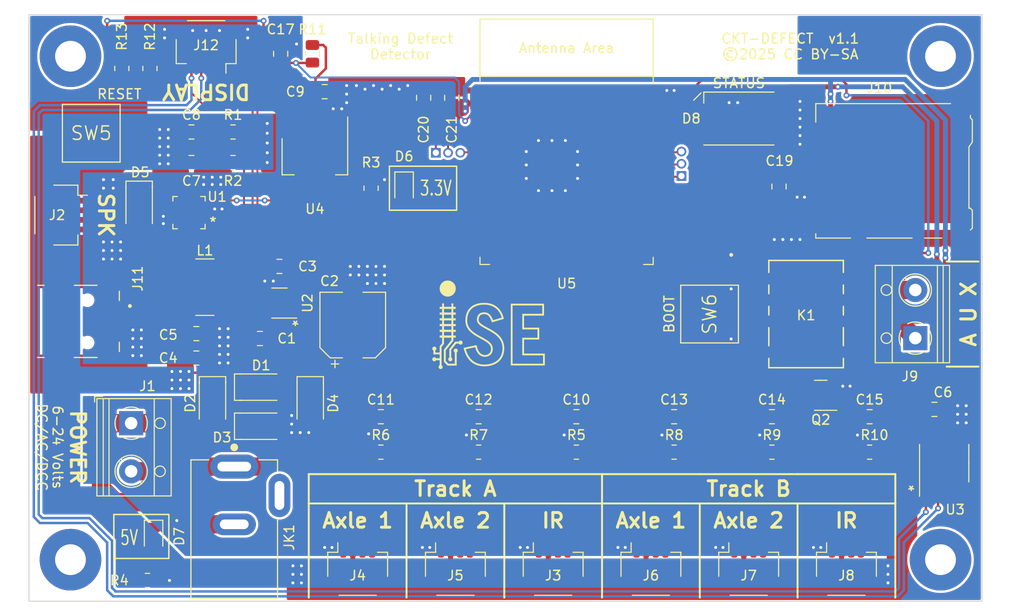
<source format=kicad_pcb>
(kicad_pcb (version 20241229) (generator "pcbnew") (generator_version "9.0")
  (layers (0 "F.Cu" signal) (2 "B.Cu" signal) (13 "F.Paste" user) (15 "B.Paste" user) (5 "F.SilkS" user "F.Silkscreen") (7 "B.SilkS" user "B.Silkscreen") (1 "F.Mask" user) (3 "B.Mask" user) (25 "Edge.Cuts" user))
  (net 0 "")
  (net 1 "Net-(U2-SW)")
  (net 2 "Net-(U2-BST)")
  (net 3 "/VPWR")
  (net 4 "GND")
  (net 5 "+5V")
  (net 6 "+3.3V")
  (net 7 "/TRKA")
  (net 8 "/AXLE_A1")
  (net 9 "/AXLE_A2")
  (net 10 "Net-(D1-A)")
  (net 11 "/AXLE_B2")
  (net 12 "/TRKB")
  (net 13 "/~{RST}")
  (net 14 "/VUSB")
  (net 19 "Net-(D2-A)")
  (net 20 "Net-(D6-A)")
  (net 21 "Net-(D7-A)")
  (net 23 "/AXLE_A1_EN")
  (net 24 "Net-(J2-Pin_2)")
  (net 25 "/AXLE_A2_EN")
  (net 26 "Net-(J2-Pin_1)")
  (net 27 "/AXLE_B1_EN")
  (net 29 "/AXLE_B2_EN")
  (net 30 "Net-(J3-Pin_3)")
  (net 31 "Net-(J4-Pin_4)")
  (net 32 "Net-(J5-Pin_4)")
  (net 33 "Net-(J6-Pin_4)")
  (net 34 "Net-(J7-Pin_4)")
  (net 36 "/~{SDCS}")
  (net 37 "/SDMOSI")
  (net 38 "/SDCLK")
  (net 39 "/SDMISO")
  (net 40 "Net-(J8-Pin_3)")
  (net 41 "/SDDET")
  (net 42 "/D-")
  (net 43 "/D+")
  (net 44 "Net-(J9-Pin_1)")
  (net 46 "Net-(J9-Pin_2)")
  (net 52 "Net-(J13-Pin_1)")
  (net 53 "/RGB")
  (net 54 "/PTT")
  (net 55 "/GAIN_SLOT")
  (net 56 "/BOOT")
  (net 57 "/I2S_DATA")
  (net 58 "/I2S_SD")
  (net 59 "Net-(J13-Pin_2)")
  (net 60 "Net-(J13-Pin_3)")
  (net 61 "Net-(J14-Pin_1)")
  (net 62 "Net-(J14-Pin_3)")
  (net 63 "/I2S_LRCLK")
  (net 64 "/I2S_BCLK")
  (net 65 "/SDA")
  (net 66 "/SCL")
  (net 67 "Net-(J14-Pin_2)")
  (net 68 "Net-(Q2-D)")
  (net 74 "/AXLE_B1")
  (footprint "ISE_UltraLibrarian:MSS6132-xxxMLC" (layer "F.Cu") (at 69.088 79.121 180)
    (property "Reference" "L1")
    (property "Value" "4.7uH" (hide yes))
  )
  (footprint "LED_SMD:LED_WS2812B_PLCC4_5.0x5.0mm_P3.2mm" (layer "F.Cu") (at 124.587 61.595 180)
    (property "Reference" "D8")
    (property "Value" "WS2812B")
  )
  (footprint "Resistor_SMD:R_0805_2012Metric" (layer "F.Cu") (at 63.373 56.388 90)
    (property "Reference" "R12")
    (property "Value" "1k")
  )
  (footprint "Package_TO_SOT_SMD:TSOT-23-6" (layer "F.Cu") (at 76.835 80.772 180)
    (property "Reference" "U2")
    (property "Value" "AP63205WU")
  )
  (footprint "Capacitor_SMD:C_0805_2012Metric" (layer "F.Cu") (at 97.536 92.583 180)
    (property "Reference" "C12")
    (property "Value" "0.1uF")
  )
  (footprint "ISE_UltraLibrarian:RELAY_AGQ_A_PAN" (layer "F.Cu") (at 131.572 81.915 180)
    (property "Reference" "K1")
    (property "Value" "AGQ200A4H")
  )
  (footprint "Connector_JST:JST_SH_SM04B-SRSS-TB_1x04-1MP_P1.00mm_Horizontal" (layer "F.Cu") (at 95.123 108.458)
    (property "Reference" "J5")
    (property "Value" "SM04B-SRSS")
  )
  (footprint "Capacitor_SMD:C_0805_2012Metric" (layer "F.Cu") (at 68.199 86.487)
    (property "Reference" "C4")
    (property "Value" "22uF")
  )
  (footprint "ISE_Generic:SOD-123T" (layer "F.Cu") (at 74.93 89.535)
    (property "Reference" "D1")
    (property "Value" "CDBM140G")
  )
  (footprint "Capacitor_SMD:C_0805_2012Metric" (layer "F.Cu") (at 94.742 59.436 90)
    (property "Reference" "C21")
    (property "Value" "10uF")
  )
  (footprint "Connector_JST:JST_SH_SM04B-SRSS-TB_1x04-1MP_P1.00mm_Horizontal" (layer "F.Cu") (at 135.763 108.458)
    (property "Reference" "J8")
    (property "Value" "SM04B-SRSS")
  )
  (footprint "Capacitor_SMD:C_0805_2012Metric" (layer "F.Cu") (at 81.534 58.801)
    (property "Reference" "C9")
    (property "Value" "22uF")
  )
  (footprint "Connector_JST:JST_SH_SM04B-SRSS-TB_1x04-1MP_P1.00mm_Horizontal" (layer "F.Cu") (at 115.443 108.458)
    (property "Reference" "J6")
    (property "Value" "SM04B-SRSS")
  )
  (footprint "Capacitor_SMD:C_0805_2012Metric" (layer "F.Cu") (at 76.962 54.864 90)
    (property "Reference" "C17")
    (property "Value" "1uF")
  )
  (footprint "Capacitor_SMD:C_0805_2012Metric" (layer "F.Cu") (at 144.907 91.821)
    (property "Reference" "C6")
    (property "Value" "0.1uF")
  )
  (footprint "Capacitor_SMD:CP_Elec_6.3x5.8" (layer "F.Cu") (at 84.455 83.058 90)
    (property "Reference" "C2")
    (property "Value" "68uF")
  )
  (footprint "Capacitor_SMD:C_0805_2012Metric" (layer "F.Cu") (at 128.016 92.583 180)
    (property "Reference" "C14")
    (property "Value" "0.1uF")
  )
  (footprint "ISE_Generic:ESP32-S2-SOLO" (layer "F.Cu") (at 106.68 67.012)
    (property "Reference" "U5")
    (property "Value" "ESP32-S2-SOLO")
  )
  (footprint "Capacitor_SMD:C_0805_2012Metric" (layer "F.Cu") (at 87.376 92.583 180)
    (property "Reference" "C11")
    (property "Value" "0.1uF")
  )
  (footprint "ISE_Generic:SOD-123T" (layer "F.Cu") (at 74.93 93.599)
    (property "Reference" "D3")
    (property "Value" "CDBM140G")
  )
  (footprint "Package_SO:SO-8_3.9x4.9mm_P1.27mm" (layer "F.Cu") (at 145.923 97.409 90)
    (property "Reference" "U3")
    (property "Value" "TMP1075D")
  )
  (footprint "Capacitor_SMD:C_0805_2012Metric" (layer "F.Cu") (at 76.835 76.962 180)
    (property "Reference" "C3")
    (property "Value" "10uF")
  )
  (footprint "Resistor_SMD:R_0805_2012Metric" (layer "F.Cu") (at 60.452 56.388 90)
    (property "Reference" "R13")
    (property "Value" "1k")
  )
  (footprint "Resistor_SMD:R_0805_2012Metric" (layer "F.Cu") (at 72.009 62.992 180)
    (property "Reference" "R1")
    (property "Value" "DNI")
  )
  (footprint "Resistor_SMD:R_0805_2012Metric" (layer "F.Cu") (at 97.536 96.266 180)
    (property "Reference" "R7")
    (property "Value" "1k")
  )
  (footprint "Capacitor_SMD:C_0805_2012Metric" (layer "F.Cu") (at 68.199 83.947)
    (property "Reference" "C5")
    (property "Value" "22uF")
  )
  (footprint "Connector_JST:JST_SH_SM04B-SRSS-TB_1x04-1MP_P1.00mm_Horizontal" (layer "F.Cu") (at 54.102 71.628 -90)
    (property "Reference" "J2")
    (property "Value" "SM04B-SRSS")
  )
  (footprint "Capacitor_SMD:C_0805_2012Metric" (layer "F.Cu") (at 91.821 59.436 90)
    (property "Reference" "C20")
    (property "Value" "0.1uF")
  )
  (footprint "TerminalBlock_RND:TerminalBlock_RND_205-00012_1x02_P5.00mm_Horizontal" (layer "F.Cu") (at 142.920999 84.414995 90)
    (property "Reference" "J9")
    (property "Value" "Screw_Terminal_01x02")
  )
  (footprint "Capacitor_SMD:C_0805_2012Metric" (layer "F.Cu") (at 67.691 62.992)
    (property "Reference" "C8")
    (property "Value" "0.1uF")
  )
  (footprint "Package_TO_SOT_SMD:SOT-223-3_TabPin2" (layer "F.Cu") (at 80.518 65.532 -90)
    (property "Reference" "U4")
    (property "Value" "AZ1117-3.3")
  )
  (footprint "Resistor_SMD:R_0805_2012Metric" (layer "F.Cu") (at 138.176 96.266 180)
    (property "Reference" "R10")
    (property "Value" "10k")
  )
  (footprint "ISE_UltraLibrarian:EDAC_690-005-299-043" (layer "F.Cu") (at 56.896 82.677 -90)
    (property "Reference" "J11")
    (property "Value" "690-005-299-043")
  )
  (footprint "MountingHole:MountingHole_3.2mm_M3_Pad" (layer "F.Cu") (at 145.542 55.118)
    (property "Reference" "H2" (hide yes))
    (property "Value" "MountingHole")
  )
  (footprint "ISE_Generic:CUI_PJ-202A" (layer "F.Cu") (at 72.136 104.267 -90)
    (property "Reference" "JK1")
    (property "Value" "PJ-202A")
  )
  (footprint "Connector_PinHeader_1.27mm:PinHeader_1x03_P1.27mm_Vertical" (layer "F.Cu") (at 93.091 65.151 90)
    (property "Reference" "J13" (hide yes))
    (property "Value" "Conn_01x03")
  )
  (footprint "Capacitor_SMD:C_0805_2012Metric" (layer "F.Cu") (at 74.803 84.455)
    (property "Reference" "C1")
    (property "Value" "0.1uF")
  )
  (footprint "Capacitor_SMD:C_0805_2012Metric" (layer "F.Cu") (at 138.176 92.583 180)
    (property "Reference" "C15")
    (property "Value" "0.1uF")
  )
  (footprint "Resistor_SMD:R_0805_2012Metric" (layer "F.Cu") (at 128.016 96.266 180)
    (property "Reference" "R9")
    (property "Value" "1k")
  )
  (footprint "Connector_Card:microSD_HC_Hirose_DM3AT-SF-PEJM5" (layer "F.Cu") (at 140.462 67.039 90)
    (property "Reference" "J10")
    (property "Value" "Micro_SD_Card_Det_Hirose_DM3AT")
  )
  (footprint "Resistor_SMD:R_0805_2012Metric" (layer "F.Cu") (at 86.36 68.834 90)
    (property "Reference" "R3")
    (property "Value" "330")
  )
  (footprint "Resistor_SMD:R_0805_2012Metric" (layer "F.Cu") (at 80.264 54.864 90)
    (property "Reference" "R11")
    (property "Value" "10k")
  )
  (footprint "Connector_JST:JST_SH_SM04B-SRSS-TB_1x04-1MP_P1.00mm_Horizontal" (layer "F.Cu") (at 105.283 108.458)
    (property "Reference" "J3")
    (property "Value" "SM04B-SRSS")
  )
  (footprint "MountingHole:MountingHole_3.2mm_M3_Pad" (layer "F.Cu") (at 145.542 107.442)
    (property "Reference" "H4" (hide yes))
    (property "Value" "MountingHole")
  )
  (footprint "TerminalBlock_RND:TerminalBlock_RND_205-00012_1x02_P5.00mm_Horizontal" (layer "F.Cu") (at 61.422001 93.258005 -90)
    (property "Reference" "J1")
    (property "Value" "Screw_Terminal_01x02")
  )
  (footprint "Connector_JST:JST_SH_SM04B-SRSS-TB_1x04-1MP_P1.00mm_Horizontal" (layer "F.Cu") (at 125.603 108.458)
    (property "Reference" "J7")
    (property "Value" "SM04B-SRSS")
  )
  (footprint "Resistor_SMD:R_0805_2012Metric" (layer "F.Cu") (at 107.696 96.266 180)
    (property "Reference" "R5")
    (property "Value" "10k")
  )
  (footprint "MountingHole:MountingHole_3.2mm_M3_Pad" (layer "F.Cu") (at 55.118 107.442)
    (property "Reference" "H3" (hide yes))
    (property "Value" "MountingHole")
  )
  (footprint "MountingHole:MountingHole_3.2mm_M3_Pad" (layer "F.Cu") (at 55.118 55.118)
    (property "Reference" "H1" (hide yes))
    (property "Value" "MountingHole")
  )
  (footprint "Resistor_SMD:R_0805_2012Metric" (layer "F.Cu") (at 117.856 96.266 180)
    (property "Reference" "R8")
    (property "Value" "1k")
  )
  (footprint "Connector_JST:JST_SH_SM04B-SRSS-TB_1x04-1MP_P1.00mm_Horizontal" (layer "F.Cu") (at 69.215 54.102 180)
    (property "Reference" "J12")
    (property "Value" "SM04B-SRSS")
  )
  (footprint "Resistor_SMD:R_0805_2012Metric" (layer "F.Cu") (at 72.009 66.167)
    (property "Reference" "R2")
    (property "Value" "DNI")
  )
  (footprint "Package_TO_SOT_SMD:SOT-23" (layer "F.Cu") (at 133.096 90.358 180)
    (property "Reference" "Q2")
    (property "Value" "DRDC3105-7")
  )
  (footprint "ISE_Generic:TE_FSM4JSMA" (layer "F.Cu") (at 121.539 81.915 -90)
    (property "Reference" "SW6")
    (property "Value" "FSM4JSMA")
  )
  (footprint "LED_SMD:LED_0805_2012Metric" (layer "F.Cu") (at 63.754 105.029 -90)
    (property "Reference" "D7")
    (property "Value" "GREEN LED")
  )
  (footprint "Capacitor_SMD:C_0805_2012Metric" (layer "F.Cu") (at 67.691 66.167)
    (property "Reference" "C7")
    (property "Value" "10uF")
  )
  (footprint "Resistor_SMD:R_0805_2012Metric" (layer "F.Cu") (at 87.376 96.266 180)
    (property "Reference" "R6")
    (property "Value" "1k")
  )
  (footprint "Resistor_SMD:R_0805_2012Metric" (layer "F.Cu") (at 63.119 109.601)
    (property "Reference" "R4")
    (property "Value" "1k")
  )
  (footprint "LED_SMD:LED_0805_2012Metric" (layer "F.Cu") (at 89.789 68.834 -90)
    (property "Reference" "D6")
    (property "Value" "GREEN LED")
  )
  (footprint "Connector_JST:JST_SH_SM04B-SRSS-TB_1x04-1MP_P1.00mm_Horizontal" (layer "F.Cu") (at 84.963 108.458)
    (property "Reference" "J4")
    (property "Value" "SM04B-SRSS")
  )
  (footprint "ISE_Generic:TE_FSM4JSMA" (layer "F.Cu") (at 57.277 63.119 180)
    (property "Reference" "SW5")
    (property "Value" "FSM4JSMA")
  )
  (footprint "Capacitor_SMD:C_0805_2012Metric" (layer "F.Cu") (at 117.856 92.583 180)
    (property "Reference" "C13")
    (property "Value" "0.1uF")
  )
  (footprint "Capacitor_SMD:C_0805_2012Metric" (layer "F.Cu") (at 107.696 92.583 180)
    (property "Reference" "C10")
    (property "Value" "0.1uF")
  )
  (footprint "ISE_Generic:SOD-123T" (layer "F.Cu") (at 80.01 91.186 -90)
    (property "Reference" "D4")
    (property "Value" "CDBM140G")
  )
  (footprint "ISE_Generic:SOD-123T" (layer "F.Cu") (at 62.23 70.866 -90)
    (property "Reference" "D5")
    (property "Value" "CDBM140G")
  )
  (footprint "Connector_PinHeader_1.27mm:PinHeader_1x03_P1.27mm_Vertical" (layer "F.Cu") (at 118.618 67.564 180)
    (property "Reference" "J14" (hide yes))
    (property "Value" "Conn_01x03")
  )
  (footprint "ISE_Generic:SOD-123T" (layer "F.Cu") (at 69.85 91.186 -90)
    (property "Reference" "D2")
    (property "Value" "CDBM140G")
  )
  (footprint "Capacitor_SMD:C_0805_2012Metric" (layer "F.Cu") (at 128.756 68.66 -90)
    (property "Reference" "C19")
    (property "Value" "0.1uF")
  )
  (footprint "ISE_UltraLibrarian:21-0136I_T1633-4_MXM" (layer "F.Cu") (at 67.437 71.374 180)
    (property "Reference" "U1")
    (property "Value" "MAX98357AETE+T" (hide yes))
  )
  (gr_line (start 79.883 98.552) (end 79.883 101.6) (stroke (width 0.2032)) (layer "F.SilkS"))
  (gr_poly (pts (xy 98.188873 80.753141) (xy 98.258654 80.754219) (xy 98.318282 80.756123) (xy 98.362878 80.758871) (xy 98.518513 80.778129) (xy 98.668591 80.806967) (xy 98.741489 80.824935) (xy 98.812929 80.845244) (xy 98.882889 80.867877) (xy 98.951344 80.892816) (xy 99.018273 80.920044) (xy 99.083653 80.949542) (xy 99.14746 80.981292) (xy 99.209673 81.015277) (xy 99.270267 81.051479) (xy 99.32922 81.08988) (xy 99.38651 81.130463) (xy 99.442113 81.173209) (xy 99.496007 81.2181) (xy 99.548168 81.265119) (xy 99.598574 81.314248) (xy 99.647203 81.36547) (xy 99.69403 81.418765) (xy 99.739033 81.474117) (xy 99.78219 81.531508) (xy 99.823477 81.590919) (xy 99.862872 81.652334) (xy 99.900351 81.715734) (xy 99.935893 81.7811) (xy 99.969473 81.848417) (xy 100.00107 81.917665) (xy 100.03066 81.988827) (xy 100.083728 82.136821) (xy 100.095095 82.173007) (xy 100.107066 82.213715) (xy 100.118988 82.256392) (xy 100.130206 82.298481) (xy 100.140069 82.337429) (xy 100.147922 82.370679) (xy 100.153113 82.395678) (xy 100.154506 82.404285) (xy 100.154989 82.409871) (xy 100.153218 82.411785) (xy 100.147735 82.414669) (xy 100.124606 82.423651) (xy 100.022521 82.456614) (xy 99.83233 82.513654) (xy 99.537628 82.599665) (xy 99.297452 82.669096) (xy 99.100536 82.72543) (xy 98.96712 82.762979) (xy 98.93055 82.772931) (xy 98.917445 82.776054) (xy 98.916246 82.773576) (xy 98.913807 82.767477) (xy 98.905803 82.746068) (xy 98.894624 82.715134) (xy 98.881461 82.677982) (xy 98.850847 82.594465) (xy 98.819542 82.516359) (xy 98.787465 82.443567) (xy 98.754538 82.375993) (xy 98.720681 82.313542) (xy 98.685814 82.256116) (xy 98.667977 82.229258) (xy 98.649858 82.203621) (xy 98.631446 82.179192) (xy 98.612733 82.155959) (xy 98.593707 82.133911) (xy 98.574359 82.113035) (xy 98.554679 82.09332) (xy 98.534657 82.074753) (xy 98.514283 82.057322) (xy 98.493548 82.041016) (xy 98.47244 82.025822) (xy 98.450951 82.011728) (xy 98.42907 81.998723) (xy 98.406787 81.986794) (xy 98.384093 81.975929) (xy 98.360978 81.966116) (xy 98.33743 81.957344) (xy 98.313442 81.9496) (xy 98.289002 81.942872) (xy 98.2641 81.937149) (xy 98.247445 81.933908) (xy 98.229612 81.931065) (xy 98.210781 81.92862) (xy 98.19113 81.926576) (xy 98.150085 81.923692) (xy 98.107908 81.92242) (xy 98.066028 81.922769) (xy 98.025876 81.924747) (xy 98.006895 81.926349) (xy 97.988883 81.928361) (xy 97.972017 81.930785) (xy 97.956478 81.933621) (xy 97.910985 81.944719) (xy 97.868162 81.958438) (xy 97.828002 81.974789) (xy 97.790496 81.993781) (xy 97.772736 82.00427) (xy 97.755636 82.015422) (xy 97.739195 82.02724) (xy 97.723413 82.039723) (xy 97.708288 82.052873) (xy 97.69382 82.066692) (xy 97.680006 82.081181) (xy 97.666847 82.09634) (xy 97.654341 82.11217) (xy 97.642488 82.128674) (xy 97.631285 82.145852) (xy 97.620733 82.163705) (xy 97.601574 82.201442) (xy 97.585003 82.241894) (xy 97.571012 82.28507) (xy 97.559592 82.33098) (xy 97.550735 82.379632) (xy 97.544433 82.431038) (xy 97.542617 82.452492) (xy 97.541411 82.472993) (xy 97.540832 82.492631) (xy 97.540895 82.511493) (xy 97.541615 82.529669) (xy 97.543007 82.547247) (xy 97.545088 82.564318) (xy 97.547873 82.580968) (xy 97.551377 82.597288) (xy 97.555616 82.613366) (xy 97.560606 82.629291) (xy 97.566361 82.645152) (xy 97.572898 82.661037) (xy 97.580231 82.677037) (xy 97.588377 82.693239) (xy 97.59735 82.709732) (xy 97.608721 82.728957) (xy 97.621408 82.748276) (xy 97.635422 82.767698) (xy 97.650774 82.787233) (xy 97.667474 82.806892) (xy 97.685531 82.826686) (xy 97.704957 82.846625) (xy 97.725761 82.866718) (xy 97.747955 82.886977) (xy 97.771548 82.907412) (xy 97.796551 82.928032) (xy 97.822974 82.948849) (xy 97.850827 82.969873) (xy 97.880121 82.991114) (xy 97.910866 83.012582) (xy 97.943072 83.034288) (xy 97.988571 83.063986) (xy 98.034276 83.092749) (xy 98.082909 83.122158) (xy 98.137188 83.153791) (xy 98.27357 83.230046) (xy 98.465183 83.334149) (xy 98.596252 83.404912) (xy 98.708865 83.466474) (xy 98.806 83.520544) (xy 98.890634 83.568834) (xy 98.965742 83.613057) (xy 99.034302 83.654923) (xy 99.09929 83.696144) (xy 99.163683 83.738432) (xy 99.285773 83.823457) (xy 99.399701 83.90984) (xy 99.505574 83.997749) (xy 99.603498 84.087351) (xy 99.69358 84.178813) (xy 99.775925 84.272303) (xy 99.850641 84.367988) (xy 99.917834 84.466036) (xy 99.977611 84.566614) (xy 100.030077 84.669889) (xy 100.075339 84.77603) (xy 100.113505 84.885202) (xy 100.144679 84.997575) (xy 100.168969 85.113314) (xy 100.186481 85.232589) (xy 100.197322 85.355565) (xy 100.200346 85.431145) (xy 100.200475 85.50909) (xy 100.197794 85.588457) (xy 100.192383 85.668303) (xy 100.184327 85.747686) (xy 100.173708 85.825664) (xy 100.160608 85.901293) (xy 100.145111 85.973632) (xy 100.109012 86.10491) (xy 100.064085 86.230606) (xy 100.01053 86.350542) (xy 99.948548 86.464544) (xy 99.878338 86.572436) (xy 99.800103 86.674042) (xy 99.714041 86.769186) (xy 99.620354 86.857693) (xy 99.519242 86.939387) (xy 99.410906 87.014092) (xy 99.295546 87.081633) (xy 99.173363 87.141833) (xy 99.044557 87.194518) (xy 98.909328 87.239511) (xy 98.767877 87.276637) (xy 98.620406 87.30572) (xy 98.514152 87.321059) (xy 98.404847 87.332653) (xy 98.293939 87.34046) (xy 98.182873 87.344438) (xy 98.073097 87.344547) (xy 97.966058 87.340745) (xy 97.863203 87.332991) (xy 97.813796 87.327619) (xy 97.765978 87.321243) (xy 97.651209 87.301359) (xy 97.539746 87.276111) (xy 97.431602 87.245506) (xy 97.326792 87.209556) (xy 97.225331 87.168268) (xy 97.127233 87.121652) (xy 97.032512 87.069718) (xy 96.941184 87.012474) (xy 96.853262 86.949931) (xy 96.768761 86.882096) (xy 96.687695 86.808981) (xy 96.61008 86.730594) (xy 96.535928 86.646943) (xy 96.465256 86.55804) (xy 96.398077 86.463892) (xy 96.334406 86.36451) (xy 96.310826 86.323935) (xy 96.284278 86.275257) (xy 96.255961 86.22089) (xy 96.227073 86.16325) (xy 96.198814 86.104749) (xy 96.172381 86.047803) (xy 96.148975 85.994826) (xy 96.129794 85.948232) (xy 96.102753 85.876436) (xy 96.074596 85.795479) (xy 96.046984 85.71095) (xy 96.02158 85.628439) (xy 96.006719 85.576749) (xy 96.202938 85.576749) (xy 96.203172 85.580196) (xy 96.203869 85.584528) (xy 96.205044 85.589866) (xy 96.20671 85.59633) (xy 96.208883 85.604042) (xy 96.214806 85.623691) (xy 96.222928 85.649782) (xy 96.24127 85.706367) (xy 96.260557 85.762308) (xy 96.280757 85.81754) (xy 96.30184 85.871999) (xy 96.323775 85.925618) (xy 96.34653 85.978332) (xy 96.370075 86.030077) (xy 96.394378 86.080788) (xy 96.419409 86.130399) (xy 96.445137 86.178845) (xy 96.47153 86.226061) (xy 96.498558 86.271982) (xy 96.526189 86.316544) (xy 96.554393 86.359679) (xy 96.583139 86.401325) (xy 96.612395 86.441415) (xy 96.673633 86.51894) (xy 96.737507 86.591982) (xy 96.804039 86.660555) (xy 96.873252 86.724674) (xy 96.945169 86.784352) (xy 97.019812 86.839605) (xy 97.097204 86.890446) (xy 97.177368 86.936892) (xy 97.260327 86.978954) (xy 97.346104 87.01665) (xy 97.43472 87.049992) (xy 97.526199 87.078995) (xy 97.620564 87.103674) (xy 97.717838 87.124043) (xy 97.818042 87.140117) (xy 97.9212 87.151909) (xy 97.976942 87.155499) (xy 98.044739 87.157344) (xy 98.120704 87.157552) (xy 98.200953 87.156231) (xy 98.281599 87.153487) (xy 98.358755 87.149429) (xy 98.428536 87.144163) (xy 98.487056 87.137798) (xy 98.56969 87.125429) (xy 98.650114 87.110808) (xy 98.728334 87.093934) (xy 98.804357 87.074805) (xy 98.878189 87.053419) (xy 98.949837 87.029774) (xy 99.019305 87.003867) (xy 99.086601 86.975697) (xy 99.151731 86.945261) (xy 99.214701 86.912558) (xy 99.275517 86.877585) (xy 99.334185 86.840341) (xy 99.390712 86.800822) (xy 99.445104 86.759028) (xy 99.497366 86.714956) (xy 99.547506 86.668604) (xy 99.593482 86.622168) (xy 99.636973 86.574368) (xy 99.678009 86.525146) (xy 99.716618 86.474444) (xy 99.75283 86.422204) (xy 99.786672 86.368368) (xy 99.818175 86.312879) (xy 99.847367 86.255678) (xy 99.874276 86.196707) (xy 99.898933 86.13591) (xy 99.921365 86.073227) (xy 99.941603 86.008601) (xy 99.959674 85.941974) (xy 99.975607 85.873289) (xy 99.989432 85.802486) (xy 100.001178 85.72951) (xy 100.003751 85.708212) (xy 100.005916 85.682326) (xy 100.009049 85.619399) (xy 100.010629 85.545955) (xy 100.010703 85.467219) (xy 100.009322 85.388418) (xy 100.006536 85.314775) (xy 100.002393 85.251518) (xy 99.996944 85.203871) (xy 99.990217 85.165124) (xy 99.981885 85.123294) (xy 99.972264 85.079661) (xy 99.961667 85.035507) (xy 99.950408 84.992114) (xy 99.938803 84.950764) (xy 99.927164 84.912737) (xy 99.915806 84.879315) (xy 99.904951 84.850955) (xy 99.893061 84.822033) (xy 99.880194 84.792648) (xy 99.866406 84.762899) (xy 99.851753 84.732885) (xy 99.836294 84.702706) (xy 99.803181 84.642249) (xy 99.767522 84.58232) (xy 99.72977 84.523715) (xy 99.710252 84.495157) (xy 99.690382 84.467227) (xy 99.670216 84.440024) (xy 99.649811 84.413648) (xy 99.636023 84.396916) (xy 99.619738 84.378145) (xy 99.580942 84.335729) (xy 99.535945 84.288881) (xy 99.487269 84.240082) (xy 99.437435 84.191812) (xy 99.388965 84.146552) (xy 99.344382 84.106782) (xy 99.306206 84.074982) (xy 99.218746 84.00777) (xy 99.131856 83.944609) (xy 99.041279 83.88287) (xy 98.942757 83.819924) (xy 98.83203 83.753141) (xy 98.704841 83.679893) (xy 98.556932 83.59755) (xy 98.384045 83.503482) (xy 98.210104 83.408756) (xy 98.065012 83.327622) (xy 98.002026 83.291336) (xy 97.944741 83.257469) (xy 97.892655 83.225694) (xy 97.845265 83.195683) (xy 97.802066 83.167112) (xy 97.762556 83.139652) (xy 97.726232 83.112978) (xy 97.692589 83.086763) (xy 97.661125 83.06068) (xy 97.631337 83.034403) (xy 97.60272 83.007605) (xy 97.574772 82.97996) (xy 97.548015 82.952226) (xy 97.52327 82.925044) (xy 97.500479 82.898301) (xy 97.479588 82.871888) (xy 97.460542 82.845695) (xy 97.443283 82.81961) (xy 97.427756 82.793523) (xy 97.413906 82.767323) (xy 97.401676 82.7409) (xy 97.391011 82.714143) (xy 97.381855 82.686942) (xy 97.374152 82.659186) (xy 97.367846 82.630764) (xy 97.362882 82.601566) (xy 97.359204 82.571481) (xy 97.356756 82.540399) (xy 97.355066 82.491545) (xy 97.356039 82.442989) (xy 97.359608 82.394899) (xy 97.365708 82.34744) (xy 97.374271 82.30078) (xy 97.385232 82.255083) (xy 97.398524 82.210517) (xy 97.414082 82.167248) (xy 97.43184 82.125443) (xy 97.45173 82.085267) (xy 97.473688 82.046888) (xy 97.497646 82.010471) (xy 97.52354 81.976184) (xy 97.551302 81.944192) (xy 97.580866 81.914662) (xy 97.596304 81.900872) (xy 97.612167 81.88776) (xy 97.658749 81.854326) (xy 97.709029 81.824946) (xy 97.762555 81.799638) (xy 97.818873 81.778421) (xy 97.87753 81.761313) (xy 97.938076 81.748333) (xy 98.000055 81.739499) (xy 98.063017 81.734831) (xy 98.126507 81.734346) (xy 98.190075 81.738064) (xy 98.253266 81.746002) (xy 98.315628 81.75818) (xy 98.376708 81.774616) (xy 98.436055 81.795329) (xy 98.493214 81.820337) (xy 98.547734 81.84966) (xy 98.563577 81.859674) (xy 98.580556 81.871599) (xy 98.598481 81.885247) (xy 98.617165 81.900427) (xy 98.636419 81.91695) (xy 98.656056 81.934628) (xy 98.675887 81.953272) (xy 98.695724 81.972691) (xy 98.715379 81.992698) (xy 98.734664 82.013102) (xy 98.753392 82.033715) (xy 98.771373 82.054348) (xy 98.788419 82.074811) (xy 98.804344 82.094916) (xy 98.818957 82.114473) (xy 98.832073 82.133293) (xy 98.854143 82.168246) (xy 98.87714 82.207332) (xy 98.900534 82.249528) (xy 98.923795 82.293807) (xy 98.946395 82.339145) (xy 98.967804 82.384515) (xy 98.987493 82.428894) (xy 99.004933 82.471255) (xy 99.009269 82.482141) (xy 99.013293 82.492066) (xy 99.017023 82.50106) (xy 99.020478 82.509156) (xy 99.023676 82.516383) (xy 99.026637 82.522774) (xy 99.028035 82.525664) (xy 99.029379 82.528358) (xy 99.030674 82.530857) (xy 99.031921 82.533167) (xy 99.033122 82.53529) (xy 99.03428 82.537232) (xy 99.035398 82.538995) (xy 99.036477 82.540583) (xy 99.037519 82.542001) (xy 99.038528 82.543253) (xy 99.039505 82.544342) (xy 99.040454 82.545271) (xy 99.041375 82.546046) (xy 99.042272 82.54667) (xy 99.043146 82.547146) (xy 99.044001 82.547479) (xy 99.044838 82.547672) (xy 99.045659 82.54773) (xy 99.046468 82.547656) (xy 99.047267 82.547454) (xy 99.484711 82.420454) (xy 99.789599 82.331819) (xy 99.885059 82.303476) (xy 99.91232 82.295121) (xy 99.923567 82.291338) (xy 99.925293 82.290489) (xy 99.926757 82.289476) (xy 99.927946 82.288217) (xy 99.928847 82.28663) (xy 99.929447 82.284634) (xy 99.929731 82.282148) (xy 99.929686 82.279088) (xy 99.929299 82.275374) (xy 99.928557 82.270925) (xy 99.927446 82.265658) (xy 99.924063 82.252345) (xy 99.919043 82.234782) (xy 99.912278 82.212315) (xy 99.897666 82.1669) (xy 99.881896 82.121715) (xy 99.865005 82.076823) (xy 99.847025 82.032288) (xy 99.827991 81.988176) (xy 99.807937 81.944549) (xy 99.786897 81.901472) (xy 99.764905 81.859008) (xy 99.741995 81.817223) (xy 99.718202 81.77618) (xy 99.693559 81.735943) (xy 99.6681 81.696576) (xy 99.641861 81.658144) (xy 99.614874 81.62071) (xy 99.587173 81.584338) (xy 99.558794 81.549093) (xy 99.546256 81.534395) (xy 99.532306 81.518724) (xy 99.500873 81.48513) (xy 99.465901 81.449651) (xy 99.428796 81.413627) (xy 99.390963 81.378396) (xy 99.353808 81.345298) (xy 99.318737 81.315673) (xy 99.302422 81.302581) (xy 99.287156 81.29086) (xy 99.241669 81.257926) (xy 99.195156 81.226592) (xy 99.1476 81.196851) (xy 99.098982 81.168699) (xy 99.049285 81.142131) (xy 98.998491 81.11714) (xy 98.946583 81.093723) (xy 98.893544 81.071873) (xy 98.839355 81.051586) (xy 98.784 81.032857) (xy 98.72746 81.01568) (xy 98.669718 81.00005) (xy 98.610756 80.985962) (xy 98.550557 80.973411) (xy 98.489104 80.962392) (xy 98.426378 80.952899) (xy 98.380171 80.94822) (xy 98.317998 80.944311) (xy 98.244993 80.941278) (xy 98.166292 80.939229) (xy 98.087029 80.938271) (xy 98.012338 80.938512) (xy 97.947354 80.94006) (xy 97.897211 80.943021) (xy 97.736174 80.961779) (xy 97.658816 80.974401) (xy 97.583577 80.989174) (xy 97.510464 81.006091) (xy 97.439489 81.025143) (xy 97.370658 81.046324) (xy 97.303982 81.069624) (xy 97.239469 81.095037) (xy 97.177129 81.122555) (xy 97.116969 81.15217) (xy 97.058999 81.183875) (xy 97.003228 81.21766) (xy 96.949665 81.25352) (xy 96.898318 81.291446) (xy 96.849197 81.331429) (xy 96.80231 81.373464) (xy 96.757667 81.417541) (xy 96.715276 81.463653) (xy 96.675146 81.511792) (xy 96.637287 81.561951) (xy 96.601706 81.614122) (xy 96.568414 81.668297) (xy 96.537418 81.724468) (xy 96.508729 81.782627) (xy 96.482354 81.842768) (xy 96.458302 81.904881) (xy 96.436583 81.968959) (xy 96.417206 82.034995) (xy 96.400179 82.102981) (xy 96.385511 82.172909) (xy 96.373211 82.244771) (xy 96.365695 82.29871) (xy 96.35955 82.352267) (xy 96.354772 82.405377) (xy 96.351361 82.45797) (xy 96.349315 82.50998) (xy 96.34863 82.561341) (xy 96.349306 82.611984) (xy 96.351339 82.661842) (xy 96.354729 82.710849) (xy 96.359472 82.758938) (xy 96.365568 82.80604) (xy 96.373013 82.852089) (xy 96.381806 82.897018) (xy 96.391945 82.940759) (xy 96.403427 82.983245) (xy 96.41625 83.02441) (xy 96.430568 83.065272) (xy 96.446756 83.106305) (xy 96.464748 83.147415) (xy 96.48448 83.188506) (xy 96.505886 83.229487) (xy 96.528901 83.270261) (xy 96.55346 83.310736) (xy 96.579498 83.350817) (xy 96.60695 83.390411) (xy 96.635751 83.429422) (xy 96.665836 83.467757) (xy 96.697139 83.505323) (xy 96.729595 83.542024) (xy 96.76314 83.577768) (xy 96.797708 83.612459) (xy 96.833234 83.646004) (xy 96.917305 83.719936) (xy 97.004287 83.790445) (xy 97.097949 83.859994) (xy 97.202063 83.931048) (xy 97.320398 84.006072) (xy 97.456724 84.087528) (xy 97.614813 84.17788) (xy 97.798433 84.279593) (xy 98.004191 84.393176) (xy 98.086217 84.439248) (xy 98.157032 84.479706) (xy 98.218652 84.515699) (xy 98.273096 84.548377) (xy 98.32238 84.578888) (xy 98.368522 84.608382) (xy 98.428733 84.648659) (xy 98.485347 84.68834) (xy 98.538472 84.727539) (xy 98.588215 84.766371) (xy 98.634683 84.804951) (xy 98.677986 84.843394) (xy 98.718228 84.881814) (xy 98.75552 84.920326) (xy 98.789966 84.959044) (xy 98.821676 84.998084) (xy 98.850757 85.03756) (xy 98.877316 85.077587) (xy 98.901461 85.11828) (xy 98.923298 85.159753) (xy 98.942937 85.202121) (xy 98.960483 85.245499) (xy 98.970247 85.273647) (xy 98.978899 85.302971) (xy 98.986435 85.333341) (xy 98.992851 85.364627) (xy 98.998142 85.396699) (xy 99.002304 85.429425) (xy 99.005334 85.462677) (xy 99.007226 85.496324) (xy 99.007978 85.530235) (xy 99.007585 85.56428) (xy 99.006042 85.59833) (xy 99.003346 85.632253) (xy 98.999492 85.665921) (xy 98.994477 85.699201) (xy 98.988296 85.731965) (xy 98.980945 85.764082) (xy 98.961652 85.829301) (xy 98.937992 85.891272) (xy 98.910098 85.949891) (xy 98.878099 86.005052) (xy 98.842127 86.056648) (xy 98.802314 86.104576) (xy 98.75879 86.148729) (xy 98.711687 86.189003) (xy 98.661136 86.225291) (xy 98.607269 86.257489) (xy 98.550216 86.28549) (xy 98.49011 86.30919) (xy 98.42708 86.328483) (xy 98.361259 86.343263) (xy 98.292777 86.353426) (xy 98.221767 86.358865) (xy 98.178094 86.359654) (xy 98.134936 86.358334) (xy 98.092317 86.354926) (xy 98.050264 86.349454) (xy 98.008804 86.341942) (xy 97.967962 86.332412) (xy 97.927765 86.320888) (xy 97.888238 86.307393) (xy 97.849407 86.291949) (xy 97.811299 86.27458) (xy 97.77394 86.255309) (xy 97.737356 86.23416) (xy 97.701573 86.211154) (xy 97.666617 86.186316) (xy 97.632514 86.159669) (xy 97.599291 86.131235) (xy 97.566972 86.101038) (xy 97.535586 86.069101) (xy 97.505156 86.035447) (xy 97.475711 86.0001) (xy 97.419875 85.924415) (xy 97.368287 85.842233) (xy 97.321156 85.753738) (xy 97.27869 85.659115) (xy 97.241098 85.55855) (xy 97.208589 85.452226) (xy 97.203879 85.434397) (xy 97.199351 85.417676) (xy 97.19512 85.402443) (xy 97.191303 85.389079) (xy 97.188015 85.377964) (xy 97.185372 85.369478) (xy 97.18349 85.364002) (xy 97.18287 85.362511) (xy 97.182484 85.361916) (xy 96.717611 85.459017) (xy 96.21305 85.567232) (xy 96.208208 85.568551) (xy 96.206344 85.569388) (xy 96.20487 85.570506) (xy 96.203802 85.572025) (xy 96.203153 85.574065) (xy 96.202938 85.576749) (xy 96.006719 85.576749) (xy 96.000045 85.553534) (xy 95.984042 85.491825) (xy 95.978634 85.467666) (xy 95.975232 85.448902) (xy 95.974044 85.436232) (xy 95.974345 85.4324) (xy 95.975278 85.430354) (xy 96.189513 85.381593) (xy 96.653581 85.28157) (xy 97.116988 85.183795) (xy 97.329239 85.141781) (xy 97.330149 85.144194) (xy 97.331753 85.150105) (xy 97.336647 85.170798) (xy 97.34313 85.200618) (xy 97.350406 85.236326) (xy 97.367036 85.314577) (xy 97.385952 85.389757) (xy 97.407123 85.461819) (xy 97.430519 85.530719) (xy 97.456111 85.596411) (xy 97.483867 85.658849) (xy 97.513759 85.717989) (xy 97.545756 85.773783) (xy 97.562535 85.800412) (xy 97.579829 85.826188) (xy 97.597634 85.851105) (xy 97.615947 85.875157) (xy 97.634763 85.898339) (xy 97.65408 85.920646) (xy 97.673893 85.94207) (xy 97.694199 85.962607) (xy 97.714993 85.982252) (xy 97.736273 86.000997) (xy 97.758034 86.018839) (xy 97.780272 86.03577) (xy 97.802985 86.051786) (xy 97.826167 86.06688) (xy 97.849816 86.081047) (xy 97.873928 86.094281) (xy 97.904719 86.109611) (xy 97.935705 86.12332) (xy 97.966887 86.135408) (xy 97.99826 86.145875) (xy 98.029824 86.154723) (xy 98.061575 86.161949) (xy 98.093513 86.167555) (xy 98.125635 86.17154) (xy 98.157938 86.173905) (xy 98.190422 86.174649) (xy 98.223083 86.173773) (xy 98.25592 86.171276) (xy 98.288931 86.167158) (xy 98.322113 86.16142) (xy 98.355464 86.154061) (xy 98.388984 86.145082) (xy 98.438373 86.128639) (xy 98.485153 86.108753) (xy 98.529243 86.085537) (xy 98.570565 86.059103) (xy 98.609038 86.029565) (xy 98.644583 85.997035) (xy 98.677121 85.961626) (xy 98.706572 85.923449) (xy 98.732855 85.882619) (xy 98.755893 85.839247) (xy 98.775605 85.793446) (xy 98.791911 85.745329) (xy 98.804732 85.695009) (xy 98.813988 85.642598) (xy 98.819601 85.588209) (xy 98.821489 85.531954) (xy 98.820889 85.500879) (xy 98.819073 85.470576) (xy 98.816015 85.440977) (xy 98.811688 85.41201) (xy 98.806068 85.383605) (xy 98.799128 85.355692) (xy 98.790842 85.328201) (xy 98.781184 85.301061) (xy 98.770129 85.274202) (xy 98.757651 85.247555) (xy 98.743724 85.221047) (xy 98.728322 85.19461) (xy 98.71142 85.168173) (xy 98.692991 85.141666) (xy 98.67301 85.115018) (xy 98.65145 85.088159) (xy 98.622386 85.054269) (xy 98.591748 85.021162) (xy 98.559034 84.988497) (xy 98.523744 84.955934) (xy 98.485379 84.923131) (xy 98.443438 84.889747) (xy 98.39742 84.855441) (xy 98.346826 84.819872) (xy 98.229908 84.743581) (xy 98.088681 84.658146) (xy 97.919144 84.560837) (xy 97.717295 84.448927) (xy 97.554125 84.35877) (xy 97.413652 84.279461) (xy 97.292378 84.208817) (xy 97.186805 84.144656) (xy 97.093436 84.084794) (xy 97.008774 84.027048) (xy 96.92932 83.969237) (xy 96.851578 83.909176) (xy 96.810401 83.875104) (xy 96.765313 83.835435) (xy 96.718092 83.791912) (xy 96.670515 83.746281) (xy 96.62436 83.700287) (xy 96.581405 83.655673) (xy 96.543428 83.614184) (xy 96.526861 83.595157) (xy 96.512206 83.577566) (xy 96.466976 83.51906) (xy 96.42494 83.459662) (xy 96.386083 83.399324) (xy 96.350391 83.337996) (xy 96.317849 83.275631) (xy 96.288443 83.21218) (xy 96.262158 83.147594) (xy 96.238979 83.081824) (xy 96.218893 83.014823) (xy 96.201885 82.946541) (xy 96.187941 82.87693) (xy 96.177045 82.805941) (xy 96.169183 82.733526) (xy 96.164342 82.659636) (xy 96.162506 82.584223) (xy 96.163661 82.507238) (xy 96.167978 82.421743) (xy 96.174844 82.33829) (xy 96.184263 82.256871) (xy 96.196238 82.177478) (xy 96.210772 82.100103) (xy 96.227868 82.024737) (xy 96.24753 81.951371) (xy 96.269759 81.879999) (xy 96.29456 81.81061) (xy 96.321936 81.743198) (xy 96.351889 81.677754) (xy 96.384423 81.614269) (xy 96.419541 81.552735) (xy 96.457245 81.493145) (xy 96.49754 81.435489) (xy 96.540428 81.37976) (xy 96.551995 81.365893) (xy 96.565129 81.350879) (xy 96.595296 81.318178) (xy 96.629316 81.283195) (xy 96.665576 81.247468) (xy 96.702465 81.212535) (xy 96.73837 81.179933) (xy 96.771678 81.151201) (xy 96.786855 81.138767) (xy 96.800778 81.127877) (xy 96.853622 81.090068) (xy 96.908413 81.054174) (xy 96.965111 81.020206) (xy 97.023679 80.988177) (xy 97.084078 80.958099) (xy 97.14627 80.929985) (xy 97.210217 80.903847) (xy 97.275881 80.879698) (xy 97.343224 80.857549) (xy 97.412207 80.837414) (xy 97.482791 80.819304) (xy 97.55494 80.803233) (xy 97.628613 80.789212) (xy 97.703775 80.777254) (xy 97.780385 80.767371) (xy 97.858406 80.759577) (xy 97.90578 80.756768) (xy 97.967392 80.754704) (xy 98.038364 80.7534) (xy 98.113817 80.752874)) (fill yes) (layer "F.SilkS"))
  (gr_line (start 140.843 101.6) (end 140.843 111.379) (stroke (width 0.2032)) (layer "F.SilkS"))
  (gr_poly (pts (xy 94.340506 78.431773) (xy 94.383104 78.43312) (xy 94.422791 78.435278) (xy 94.45679 78.438197) (xy 94.470788 78.439926) (xy 94.482322 78.441827) (xy 94.51307 78.448208) (xy 94.543392 78.455706) (xy 94.573275 78.464312) (xy 94.602708 78.474018) (xy 94.631678 78.484815) (xy 94.660172 78.496695) (xy 94.688179 78.50965) (xy 94.715685 78.523671) (xy 94.742679 78.538751) (xy 94.769147 78.554881) (xy 94.795079 78.572053) (xy 94.82046 78.590258) (xy 94.845279 78.609489) (xy 94.869524 78.629736) (xy 94.893181 78.650992) (xy 94.916239 78.673249) (xy 94.936074 78.693729) (xy 94.955098 78.714685) (xy 94.97331 78.736115) (xy 94.990708 78.758015) (xy 95.007292 78.780382) (xy 95.02306 78.803213) (xy 95.038012 78.826505) (xy 95.052147 78.850255) (xy 95.065463 78.87446) (xy 95.077959 78.899116) (xy 95.089634 78.924221) (xy 95.100488 78.949772) (xy 95.11052 78.975764) (xy 95.119727 79.002196) (xy 95.12811 79.029064) (xy 95.135667 79.056365) (xy 95.142158 79.083767) (xy 95.147612 79.112168) (xy 95.152032 79.141424) (xy 95.155422 79.171393) (xy 95.157788 79.201933) (xy 95.159132 79.2329) (xy 95.159459 79.264153) (xy 95.158774 79.295549) (xy 95.157079 79.326944) (xy 95.154381 79.358197) (xy 95.150681 79.389165) (xy 95.145985 79.419705) (xy 95.140298 79.449674) (xy 95.133622 79.47893) (xy 95.125962 79.50733) (xy 95.117322 79.534732) (xy 95.108828 79.558673) (xy 95.099739 79.582094) (xy 95.090037 79.605021) (xy 95.079707 79.62748) (xy 95.068733 79.649496) (xy 95.057097 79.671096) (xy 95.044782 79.692305) (xy 95.031774 79.713149) (xy 95.018054 79.733655) (xy 95.003607 79.753847) (xy 94.988415 79.773752) (xy 94.972463 79.793395) (xy 94.955734 79.812803) (xy 94.938211 79.832001) (xy 94.919877 79.851015) (xy 94.900717 79.869871) (xy 94.87272 79.895817) (xy 94.844022 79.920212) (xy 94.814617 79.943059) (xy 94.784499 79.96436) (xy 94.753661 79.98412) (xy 94.722098 80.00234) (xy 94.689804 80.019025) (xy 94.656771 80.034177) (xy 94.622994 80.0478) (xy 94.588467 80.059896) (xy 94.553184 80.070468) (xy 94.517137 80.07952) (xy 94.480322 80.087055) (xy 94.442731 80.093076) (xy 94.40436 80.097586) (xy 94.3652 80.100588) (xy 94.321475 80.101916) (xy 94.277932 80.100892) (xy 94.234653 80.097547) (xy 94.191722 80.091911) (xy 94.14922 80.084014) (xy 94.107231 80.073885) (xy 94.065838 80.061555) (xy 94.025122 80.047054) (xy 93.985168 80.030411) (xy 93.946056 80.011656) (xy 93.907871 79.99082) (xy 93.870694 79.967932) (xy 93.834609 79.943023) (xy 93.799698 79.916122) (xy 93.766043 79.88726) (xy 93.733728 79.856465) (xy 93.704336 79.82582) (xy 93.676759 79.794228) (xy 93.651006 79.761718) (xy 93.62709 79.728319) (xy 93.605022 79.69406) (xy 93.584813 79.65897) (xy 93.566475 79.623079) (xy 93.550019 79.586414) (xy 93.535456 79.549005) (xy 93.522799 79.510881) (xy 93.512057 79.472071) (xy 93.503243 79.432603) (xy 93.496368 79.392507) (xy 93.491443 79.351811) (xy 93.488479 79.310545) (xy 93.487489 79.268737) (xy 93.488245 79.232264) (xy 93.490497 79.196155) (xy 93.494216 79.160445) (xy 93.499377 79.125168) (xy 93.505954 79.090358) (xy 93.51392 79.05605) (xy 93.523248 79.022277) (xy 93.533913 78.989073) (xy 93.545886 78.956473) (xy 93.559143 78.924511) (xy 93.573656 78.89322) (xy 93.589399 78.862636) (xy 93.606346 78.832791) (xy 93.62447 78.80372) (xy 93.643744 78.775458) (xy 93.664143 78.748038) (xy 93.685639 78.721494) (xy 93.708206 78.695861) (xy 93.731818 78.671173) (xy 93.756448 78.647463) (xy 93.782069 78.624766) (xy 93.808656 78.603117) (xy 93.836182 78.582548) (xy 93.86462 78.563094) (xy 93.893943 78.54479) (xy 93.924126 78.527669) (xy 93.955141 78.511766) (xy 93.986963 78.497114) (xy 94.019565 78.483748) (xy 94.05292 78.471701) (xy 94.087001 78.461009) (xy 94.121784 78.451705) (xy 94.144383 78.446391) (xy 94.166057 78.441474) (xy 94.175761 78.439371) (xy 94.184291 78.437616) (xy 94.191333 78.43629) (xy 94.196572 78.435477) (xy 94.208603 78.434153) (xy 94.223031 78.433087) (xy 94.257691 78.431706) (xy 94.297776 78.431285)) (fill yes) (layer "F.SilkS"))
  (gr_poly (pts (xy 104.331878 82.07826) (xy 102.257544 82.07826) (xy 102.257544 83.327093) (xy 103.837989 83.327093) (xy 103.837989 84.561815) (xy 102.257544 84.561815) (xy 102.257544 86.022315) (xy 104.416545 86.022315) (xy 104.416545 87.257037) (xy 100.881711 87.257037) (xy 100.881711 87.073593) (xy 101.065155 87.073593) (xy 104.2331 87.073593) (xy 104.2331 86.20576) (xy 102.074099 86.20576) (xy 102.074099 84.378371) (xy 103.654544 84.378371) (xy 103.654544 83.510538) (xy 102.074099 83.510538) (xy 102.074099 81.88776) (xy 104.148433 81.88776) (xy 104.148433 81.019927) (xy 101.065155 81.019927) (xy 101.065155 87.073593) (xy 100.881711 87.073593) (xy 100.881711 80.836482) (xy 104.331878 80.836482)) (fill yes) (layer "F.SilkS"))
  (gr_line (start 120.523 98.552) (end 130.683 98.552) (stroke (width 0.2032)) (layer "F.SilkS"))
  (gr_line (start 79.883 98.552) (end 110.363 98.552) (stroke (width 0.2032)) (layer "F.SilkS"))
  (gr_line (start 79.883 101.6) (end 140.843 101.6) (stroke (width 0.2032)) (layer "F.SilkS"))
  (gr_rect (start 59.6265 102.743) (end 65.3415 107.315) (stroke (width 0.15)) (fill no) (layer "F.SilkS"))
  (gr_rect (start 88.265 66.548) (end 95.25 71.12) (stroke (width 0.15)) (fill no) (layer "F.SilkS"))
  (gr_line (start 149.479 76.454) (end 146.177 76.454) (stroke (width 0.2032)) (layer "F.SilkS"))
  (gr_poly (pts (xy 93.939045 81.161038) (xy 94.7081 81.161038) (xy 94.7081 80.80826) (xy 94.905656 80.80826) (xy 94.905656 81.161038) (xy 95.159656 81.161038) (xy 95.159656 81.37976) (xy 94.905656 81.37976) (xy 94.905656 81.753704) (xy 95.159656 81.753704) (xy 95.159656 81.979482) (xy 94.905656 81.979482) (xy 94.905656 82.353426) (xy 95.159656 82.353426) (xy 95.159656 82.572149) (xy 94.905656 82.572149) (xy 94.905656 82.946093) (xy 95.159656 82.946093) (xy 95.159656 83.171871) (xy 94.905656 83.171871) (xy 94.905656 83.545815) (xy 95.159656 83.545815) (xy 95.159656 83.771593) (xy 94.905656 83.771593) (xy 94.905656 84.138482) (xy 95.159656 84.138482) (xy 95.159656 84.371316) (xy 94.905656 84.371316) (xy 94.905656 84.700104) (xy 94.514072 85.194698) (xy 94.122489 85.689998) (xy 94.122489 86.801954) (xy 94.258661 86.938126) (xy 94.394128 87.073593) (xy 95.060878 87.073593) (xy 95.060878 86.488687) (xy 95.06085 86.29842) (xy 95.060785 86.221087) (xy 95.060657 86.15453) (xy 95.060564 86.125037) (xy 95.060447 86.097932) (xy 95.060305 86.073112) (xy 95.060134 86.050475) (xy 95.059932 86.02992) (xy 95.059696 86.011343) (xy 95.059425 85.994643) (xy 95.059114 85.979717) (xy 95.058762 85.966464) (xy 95.058366 85.95478) (xy 95.057924 85.944565) (xy 95.057685 85.939975) (xy 95.057433 85.935715) (xy 95.057168 85.93177) (xy 95.05689 85.928129) (xy 95.056598 85.924777) (xy 95.056292 85.921704) (xy 95.055973 85.918895) (xy 95.055638 85.916338) (xy 95.055289 85.91402) (xy 95.054925 85.911929) (xy 95.054545 85.910051) (xy 95.054149 85.908374) (xy 95.053737 85.906886) (xy 95.053309 85.905573) (xy 95.052864 85.904422) (xy 95.052402 85.903421) (xy 95.051922 85.902558) (xy 95.051425 85.901818) (xy 95.050909 85.90119) (xy 95.050375 85.900661) (xy 95.049822 85.900218) (xy 95.049251 85.899847) (xy 95.04866 85.899538) (xy 95.048049 85.899276) (xy 95.046767 85.898843) (xy 95.044437 85.897951) (xy 95.041955 85.896739) (xy 95.03658 85.893418) (xy 95.030743 85.889003) (xy 95.024542 85.883618) (xy 95.018076 85.877386) (xy 95.011445 85.870429) (xy 95.004748 85.862871) (xy 94.998084 85.854834) (xy 94.991552 85.846441) (xy 94.985251 85.837816) (xy 94.979282 85.829082) (xy 94.973742 85.820361) (xy 94.968731 85.811776) (xy 94.964349 85.803451) (xy 94.960695 85.795508) (xy 94.957867 85.788071) (xy 94.95484 85.777921) (xy 94.952368 85.767358) (xy 94.950447 85.75645) (xy 94.949069 85.745264) (xy 94.948229 85.733867) (xy 94.94792 85.722326) (xy 94.948136 85.710709) (xy 94.948871 85.699083) (xy 94.950118 85.687514) (xy 94.951872 85.676071) (xy 94.954126 85.66482) (xy 94.956875 85.653828) (xy 94.960111 85.643163) (xy 94.963828 85.632891) (xy 94.968021 85.623081) (xy 94.972683 85.613799) (xy 94.977212 85.605715) (xy 94.981824 85.598109) (xy 94.986554 85.590949) (xy 94.991436 85.584198) (xy 94.996504 85.577824) (xy 95.001792 85.571792) (xy 95.007334 85.566067) (xy 95.013165 85.560617) (xy 95.019318 85.555406) (xy 95.025827 85.550402) (xy 95.032728 85.545568) (xy 95.040053 85.540872) (xy 95.047837 85.53628) (xy 95.056114 85.531757) (xy 95.064918 85.527269) (xy 95.074283 85.522782) (xy 95.085611 85.517806) (xy 95.090772 85.515736) (xy 95.095715 85.513929) (xy 95.100525 85.512375) (xy 95.105289 85.511061) (xy 95.110095 85.509977) (xy 95.115029 85.509112) (xy 95.120178 85.508452) (xy 95.125629 85.507988) (xy 95.131469 85.507709) (xy 95.137784 85.507601) (xy 95.144661 85.507655) (xy 95.152187 85.507859) (xy 95.169533 85.50867) (xy 95.18159 85.509468) (xy 95.192927 85.510553) (xy 95.203603 85.511948) (xy 95.213675 85.513675) (xy 95.223201 85.515759) (xy 95.23224 85.51822) (xy 95.240848 85.521083) (xy 95.249085 85.524369) (xy 95.257007 85.528102) (xy 95.264673 85.532304) (xy 95.272141 85.536998) (xy 95.279468 85.542207) (xy 95.286712 85.547953) (xy 95.293932 85.554259) (xy 95.301184 85.561148) (xy 95.308528 85.568643) (xy 95.316394 85.577135) (xy 95.323604 85.585453) (xy 95.330176 85.593654) (xy 95.336133 85.601793) (xy 95.341494 85.609928) (xy 95.346281 85.618116) (xy 95.350513 85.626413) (xy 95.354213 85.634877) (xy 95.357399 85.643564) (xy 95.360094 85.652531) (xy 95.362318 85.661835) (xy 95.36409 85.671533) (xy 95.365433 85.681681) (xy 95.366367 85.692337) (xy 95.366912 85.703557) (xy 95.367089 85.715398) (xy 95.366939 85.728911) (xy 95.366221 85.741938) (xy 95.364928 85.754492) (xy 95.363054 85.766584) (xy 95.360593 85.778226) (xy 95.357539 85.789428) (xy 95.353886 85.800203) (xy 95.349626 85.810561) (xy 95.344755 85.820513) (xy 95.342089 85.825341) (xy 95.339266 85.830072) (xy 95.336288 85.834708) (xy 95.333153 85.839249) (xy 95.326409 85.848054) (xy 95.319029 85.8565) (xy 95.311006 85.864598) (xy 95.302333 85.872358) (xy 95.293006 85.879793) (xy 95.259139 85.905899) (xy 95.259139 86.58817) (xy 95.258433 87.271148) (xy 94.309461 87.271148) (xy 94.11755 87.079238) (xy 93.924934 86.886621) (xy 93.924934 85.613799) (xy 94.316517 85.118499) (xy 94.7081 84.623904) (xy 94.7081 84.371316) (xy 93.939045 84.371316) (xy 93.939045 84.693754) (xy 93.938339 85.016898) (xy 93.812045 85.175648) (xy 93.68575 85.334398) (xy 93.685045 86.279843) (xy 93.685045 87.225287) (xy 93.720322 87.255627) (xy 93.729867 87.264099) (xy 93.738668 87.272608) (xy 93.746744 87.281189) (xy 93.754112 87.289879) (xy 93.760789 87.298713) (xy 93.766794 87.307728) (xy 93.772143 87.316961) (xy 93.776855 87.326446) (xy 93.780947 87.336221) (xy 93.784436 87.346322) (xy 93.78734 87.356784) (xy 93.789676 87.367644) (xy 93.791463 87.378938) (xy 93.792718 87.390703) (xy 93.793458 87.402974) (xy 93.7937 87.415787) (xy 93.793779 87.432326) (xy 93.793655 87.439622) (xy 93.793403 87.446369) (xy 93.793005 87.452645) (xy 93.792448 87.458526) (xy 93.791714 87.464089) (xy 93.79079 87.46941) (xy 93.789659 87.474565) (xy 93.788305 87.479632) (xy 93.786714 87.484686) (xy 93.78487 87.489804) (xy 93.782757 87.495063) (xy 93.780359 87.500539) (xy 93.777662 87.506308) (xy 93.77465 87.512448) (xy 93.767326 87.52618) (xy 93.759379 87.539063) (xy 93.750816 87.551091) (xy 93.741643 87.562256) (xy 93.731867 87.572553) (xy 93.721494 87.581976) (xy 93.710529 87.590518) (xy 93.698979 87.598173) (xy 93.686851 87.604936) (xy 93.67415 87.610799) (xy 93.660883 87.615757) (xy 93.647055 87.619803) (xy 93.632673 87.622932) (xy 93.617744 87.625136) (xy 93.602273 87.62641) (xy 93.586267 87.626748) (xy 93.573679 87.626515) (xy 93.561561 87.625806) (xy 93.549891 87.624609) (xy 93.538642 87.622912) (xy 93.52779 87.620702) (xy 93.51731 87.617967) (xy 93.507177 87.614695) (xy 93.497367 87.610873) (xy 93.487854 87.606489) (xy 93.478615 87.60153) (xy 93.469623 87.595984) (xy 93.460854 87.589839) (xy 93.452284 87.583082) (xy 93.443888 87.5757) (xy 93.43564 87.567682) (xy 93.427517 87.559015) (xy 93.420148 87.550427) (xy 93.413381 87.541837) (xy 93.407205 87.533209) (xy 93.40161 87.524509) (xy 93.396585 87.515702) (xy 93.392121 87.506752) (xy 93.388206 87.497624) (xy 93.384831 87.488283) (xy 93.381985 87.478695) (xy 93.379658 87.468823) (xy 93.377839 87.458632) (xy 93.376519 87.448089) (xy 93.375686 87.437156) (xy 93.375331 87.4258) (xy 93.375443 87.413985) (xy 93.376011 87.401676) (xy 93.377069 87.389787) (xy 93.378653 87.3782) (xy 93.38076 87.366919) (xy 93.383387 87.355948) (xy 93.38653 87.34529) (xy 93.390187 87.334952) (xy 93.394355 87.324935) (xy 93.39903 87.315246) (xy 93.40421 87.305887) (xy 93.40989 87.296863) (xy 93.416069 87.288177) (xy 93.422743 87.279836) (xy 93.429909 87.271841) (xy 93.437564 87.264198) (xy 93.445705 87.25691) (xy 93.454328 87.249982) (xy 93.487489 87.225287) (xy 93.487489 86.713759) (xy 93.124128 86.713759) (xy 93.093084 86.749743) (xy 93.083379 86.760366) (xy 93.073208 86.770148) (xy 93.062609 86.779093) (xy 93.05162 86.787208) (xy 93.040279 86.794497) (xy 93.028624 86.800966) (xy 93.016693 86.806621) (xy 93.004525 86.811468) (xy 92.992158 86.815512) (xy 92.979629 86.818758) (xy 92.966977 86.821212) (xy 92.954239 86.82288) (xy 92.941455 86.823767) (xy 92.928662 86.823878) (xy 92.915898 86.82322) (xy 92.903201 86.821798) (xy 92.89061 86.819617) (xy 92.878162 86.816683) (xy 92.865896 86.813002) (xy 92.853849 86.808578) (xy 92.842061 86.803419) (xy 92.830568 86.797528) (xy 92.81941 86.790912) (xy 92.808623 86.783577) (xy 92.798248 86.775527) (xy 92.78832 86.766769) (xy 92.778879 86.757307) (xy 92.769963 86.747148) (xy 92.761609 86.736297) (xy 92.753856 86.72476) (xy 92.746743 86.712542) (xy 92.740306 86.699649) (xy 92.736967 86.69205) (xy 92.733961 86.684343) (xy 92.731285 86.676538) (xy 92.728937 86.668648) (xy 92.726915 86.660684) (xy 92.725215 86.652656) (xy 92.723837 86.644577) (xy 92.722777 86.636457) (xy 92.721604 86.620143) (xy 92.721678 86.603803) (xy 92.722979 86.58753) (xy 92.725489 86.571414) (xy 92.72919 86.555546) (xy 92.734063 86.540017) (xy 92.74009 86.524918) (xy 92.747251 86.510339) (xy 92.751252 86.503274) (xy 92.755529 86.496373) (xy 92.76008 86.489648) (xy 92.764904 86.483109) (xy 92.769997 86.476769) (xy 92.775358 86.470639) (xy 92.780984 86.464731) (xy 92.786873 86.459054) (xy 92.795232 86.451684) (xy 92.80341 86.44491) (xy 92.811459 86.438714) (xy 92.819427 86.433081) (xy 92.827367 86.427993) (xy 92.835328 86.423434) (xy 92.843362 86.419388) (xy 92.851519 86.415839) (xy 92.859849 86.412768) (xy 92.868404 86.410161) (xy 92.877234 86.408) (xy 92.886389 86.40627) (xy 92.89592 86.404952) (xy 92.905879 86.404032) (xy 92.916314 86.403491) (xy 92.927278 86.403315) (xy 92.940518 86.403501) (xy 92.953027 86.404079) (xy 92.964868 86.405073) (xy 92.976105 86.406512) (xy 92.9868 86.408422) (xy 92.997016 86.410831) (xy 93.006818 86.413764) (xy 93.016266 86.41725) (xy 93.025426 86.421314) (xy 93.034359 86.425984) (xy 93.043128 86.431286) (xy 93.051798 86.437248) (xy 93.06043 86.443896) (xy 93.069088 86.451257) (xy 93.077835 86.459358) (xy 93.086734 86.468226) (xy 93.127656 86.509148) (xy 93.487489 86.509148) (xy 93.487489 86.106982) (xy 92.831323 86.106982) (xy 92.831323 85.701288) (xy 92.795339 85.670243) (xy 92.784013 85.659905) (xy 92.773591 85.649021) (xy 92.764082 85.637625) (xy 92.755497 85.625749) (xy 92.747847 85.613426) (xy 92.741141 85.600691) (xy 92.73539 85.587574) (xy 92.730604 85.574111) (xy 92.726795 85.560333) (xy 92.723971 85.546275) (xy 92.722143 85.531968) (xy 92.721322 85.517446) (xy 92.721518 85.502742) (xy 92.722741 85.48789) (xy 92.725002 85.472922) (xy 92.728311 85.457871) (xy 92.733671 85.439694) (xy 92.740201 85.422487) (xy 92.743893 85.414256) (xy 92.747864 85.406279) (xy 92.752108 85.398558) (xy 92.756622 85.391097) (xy 92.7614 85.383899) (xy 92.766438 85.376969) (xy 92.771732 85.370309) (xy 92.777276 85.363923) (xy 92.783066 85.357815) (xy 92.789097 85.351987) (xy 92.795365 85.346445) (xy 92.801866 85.34119) (xy 92.808593 85.336226) (xy 92.815543 85.331558) (xy 92.822712 85.327188) (xy 92.830093 85.323119) (xy 92.837684 85.319357) (xy 92.845478 85.315903) (xy 92.853473 85.312761) (xy 92.861661 85.309936) (xy 92.87004 85.307429) (xy 92.878605 85.305246) (xy 92.896272 85.301862) (xy 92.914626 85.299811) (xy 92.933628 85.299121) (xy 92.941526 85.299315) (xy 92.94934 85.299762) (xy 92.957068 85.300462) (xy 92.964706 85.30141) (xy 92.972248 85.302604) (xy 92.97969 85.304043) (xy 92.98703 85.305723) (xy 92.994262 85.307643) (xy 93.001382 85.309799) (xy 93.008387 85.312189) (xy 93.015271 85.314811) (xy 93.022032 85.317662) (xy 93.028664 85.320741) (xy 93.035165 85.324043) (xy 93.041528 85.327568) (xy 93.047752 85.331312) (xy 93.05383 85.335273) (xy 93.05976 85.339449) (xy 93.065537 85.343836) (xy 93.071156 85.348434) (xy 93.076615 85.353239) (xy 93.081908 85.358248) (xy 93.087031 85.36346) (xy 93.091981 85.368872) (xy 93.096753 85.374481) (xy 93.101344 85.380285) (xy 93.105748 85.386281) (xy 93.109962 85.392468) (xy 93.113982 85.398842) (xy 93.117803 85.405401) (xy 93.121422 85.412143) (xy 93.124834 85.419065) (xy 93.128455 85.427493) (xy 93.131645 85.436583) (xy 93.134404 85.446251) (xy 93.136729 85.456416) (xy 93.13862 85.466993) (xy 93.140076 85.477902) (xy 93.141096 85.489058) (xy 93.141679 85.50038) (xy 93.141823 85.511785) (xy 93.141529 85.52319) (xy 93.140794 85.534512) (xy 93.139617 85.545668) (xy 93.137999 85.556577) (xy 93.135936 85.567155) (xy 93.13343 85.577319) (xy 93.130478 85.586988) (xy 93.127838 85.593849) (xy 93.124475 85.601132) (xy 93.120476 85.608729) (xy 93.115926 85.616533) (xy 93.110913 85.624436) (xy 93.105525 85.63233) (xy 93.099846 85.640109) (xy 93.093966 85.647665) (xy 93.087969 85.65489) (xy 93.081944 85.661677) (xy 93.075976 85.667918) (xy 93.070153 85.673506) (xy 93.064562 85.678333) (xy 93.059289 85.682292) (xy 93.056799 85.683913) (xy 93.054421 85.685276) (xy 93.052166 85.686368) (xy 93.050045 85.687176) (xy 93.047677 85.688026) (xy 93.04559 85.689077) (xy 93.043765 85.690464) (xy 93.042184 85.692325) (xy 93.040832 85.694792) (xy 93.039689 85.698003) (xy 93.038738 85.702093) (xy 93.037962 85.707196) (xy 93.037343 85.713449) (xy 93.036864 85.720986) (xy 93.036253 85.740457) (xy 93.03599 85.76669) (xy 93.035934 85.800771) (xy 93.035934 85.909427) (xy 93.487489 85.909427) (xy 93.487489 85.258904) (xy 93.614489 85.099449) (xy 93.741489 84.939287) (xy 93.741489 84.371316) (xy 93.487489 84.371316) (xy 93.487489 84.138482) (xy 93.741489 84.138482) (xy 93.939045 84.138482) (xy 94.7081 84.138482) (xy 94.7081 83.771593) (xy 93.939045 83.771593) (xy 93.939045 84.138482) (xy 93.741489 84.138482) (xy 93.741489 83.771593) (xy 93.487489 83.771593) (xy 93.487489 83.545815) (xy 93.741489 83.545815) (xy 93.939045 83.545815) (xy 94.7081 83.545815) (xy 94.7081 83.171871) (xy 93.939045 83.171871) (xy 93.939045 83.545815) (xy 93.741489 83.545815) (xy 93.741489 83.171871) (xy 93.487489 83.171871) (xy 93.487489 82.946093) (xy 93.741489 82.946093) (xy 93.939045 82.946093) (xy 94.7081 82.946093) (xy 94.7081 82.572149) (xy 93.939045 82.572149) (xy 93.939045 82.946093) (xy 93.741489 82.946093) (xy 93.741489 82.572149) (xy 93.487489 82.572149) (xy 93.487489 82.353426) (xy 93.741489 82.353426) (xy 93.939045 82.353426) (xy 94.7081 82.353426) (xy 94.7081 81.979482) (xy 93.939045 81.979482) (xy 93.939045 82.353426) (xy 93.741489 82.353426) (xy 93.741489 81.979482) (xy 93.487489 81.979482) (xy 93.487489 81.753704) (xy 93.741489 81.753704) (xy 93.939045 81.753704) (xy 94.7081 81.753704) (xy 94.7081 81.37976) (xy 93.939045 81.37976) (xy 93.939045 81.753704) (xy 93.741489 81.753704) (xy 93.741489 81.37976) (xy 93.487489 81.37976) (xy 93.487489 81.161038) (xy 93.741489 81.161038) (xy 93.741489 80.80826) (xy 93.939045 80.80826)) (fill yes) (layer "F.SilkS"))
  (gr_line (start 110.363 98.552) (end 120.523 98.552) (stroke (width 0.2032)) (layer "F.SilkS"))
  (gr_line (start 100.203 101.6) (end 100.203 111.379) (stroke (width 0.2032)) (layer "F.SilkS"))
  (gr_line (start 90.043 101.6) (end 90.043 111.379) (stroke (width 0.2032)) (layer "F.SilkS"))
  (gr_poly (pts (xy 95.674483 84.671133) (xy 95.68935 84.672902) (xy 95.704133 84.675571) (xy 95.71872 84.679114) (xy 95.733002 84.683499) (xy 95.746867 84.688699) (xy 95.760205 84.694685) (xy 95.772905 84.701427) (xy 95.784857 84.708896) (xy 95.79595 84.717065) (xy 95.801139 84.721402) (xy 95.806073 84.725903) (xy 95.810737 84.730564) (xy 95.815117 84.735382) (xy 95.823867 84.745927) (xy 95.831867 84.756773) (xy 95.839122 84.76789) (xy 95.845636 84.779249) (xy 95.851416 84.790819) (xy 95.856468 84.80257) (xy 95.860796 84.814473) (xy 95.864406 84.826498) (xy 95.867305 84.838614) (xy 95.869497 84.850793) (xy 95.870988 84.863004) (xy 95.871783 84.875218) (xy 95.871889 84.887404) (xy 95.87131 84.899533) (xy 95.870052 84.911575) (xy 95.868122 84.9235) (xy 95.865523 84.935279) (xy 95.862263 84.94688) (xy 95.858346 84.958276) (xy 95.853778 84.969435) (xy 95.848564 84.980327) (xy 95.842711 84.990924) (xy 95.836223 85.001195) (xy 95.829107 85.011111) (xy 95.821367 85.02064) (xy 95.81301 85.029755) (xy 95.80404 85.038424) (xy 95.794464 85.046618) (xy 95.784287 85.054308) (xy 95.773515 85.061462) (xy 95.762152 85.068052) (xy 95.750206 85.074048) (xy 95.740271 85.078265) (xy 95.72983 85.08192) (xy 95.718955 85.085012) (xy 95.707718 85.087542) (xy 95.696192 85.08951) (xy 95.684448 85.090916) (xy 95.67256 85.091759) (xy 95.6606 85.09204) (xy 95.64864 85.091759) (xy 95.636752 85.090916) (xy 95.625008 85.08951) (xy 95.613482 85.087542) (xy 95.602245 85.085012) (xy 95.59137 85.08192) (xy 95.580929 85.078265) (xy 95.570995 85.074048) (xy 95.56436 85.070602) (xy 95.557239 85.066421) (xy 95.549759 85.061613) (xy 95.542045 85.056288) (xy 95.534223 85.050554) (xy 95.52642 85.044519) (xy 95.518762 85.038291) (xy 95.511375 85.03198) (xy 95.504385 85.025693) (xy 95.497917 85.01954) (xy 95.492099 85.013629) (xy 95.487055 85.008068) (xy 95.482913 85.002966) (xy 95.48122 85.000621) (xy 95.479799 84.998432) (xy 95.478666 84.996411) (xy 95.477837 84.994573) (xy 95.477329 84.992931) (xy 95.477156 84.991499) (xy 95.476432 84.990846) (xy 95.474307 84.990213) (xy 95.466142 84.989018) (xy 95.453231 84.987939) (xy 95.436145 84.987001) (xy 95.415454 84.986228) (xy 95.391728 84.985645) (xy 95.337456 84.985149) (xy 95.197756 84.985149) (xy 94.942345 85.307587) (xy 94.686934 85.630732) (xy 94.686934 86.422365) (xy 94.705278 86.432243) (xy 94.711089 86.435695) (xy 94.717106 86.439917) (xy 94.723269 86.444836) (xy 94.72952 86.450378) (xy 94.735801 86.45647) (xy 94.742051 86.463038) (xy 94.748212 86.470009) (xy 94.754226 86.47731) (xy 94.760033 86.484868) (xy 94.765574 86.492608) (xy 94.770791 86.500458) (xy 94.775624 86.508344) (xy 94.780015 86.516192) (xy 94.783905 86.52393) (xy 94.787234 86.531485) (xy 94.789945 86.538781) (xy 94.792856 86.548909) (xy 94.795245 86.559642) (xy 94.797116 86.570876) (xy 94.798477 86.582504) (xy 94.799334 86.594422) (xy 94.799693 86.606523) (xy 94.79956 86.618704) (xy 94.798941 86.630857) (xy 94.797842 86.642878) (xy 94.79627 86.654661) (xy 94.794231 86.666101) (xy 94.791731 86.677093) (xy 94.788776 86.68753) (xy 94.785372 86.697309) (xy 94.781527 86.706322) (xy 94.777245 86.714465) (xy 94.769076 86.727421) (xy 94.760445 86.739563) (xy 94.751353 86.750889) (xy 94.741802 86.761395) (xy 94.731791 86.771079) (xy 94.721323 86.779937) (xy 94.710397 86.787966) (xy 94.699016 86.795163) (xy 94.68718 86.801525) (xy 94.674891 86.807049) (xy 94.662149 86.811731) (xy 94.648955 86.815569) (xy 94.63531 86.81856) (xy 94.621216 86.8207) (xy 94.606674 86.821986) (xy 94.591683 86.822415) (xy 94.580399 86.822153) (xy 94.569308 86.821372) (xy 94.55842 86.820084) (xy 94.547747 86.818299) (xy 94.537301 86.81603) (xy 94.527091 86.813286) (xy 94.517128 86.810079) (xy 94.507425 86.806419) (xy 94.497991 86.802318) (xy 94.488838 86.797787) (xy 94.479977 86.792837) (xy 94.471418 86.787478) (xy 94.463173 86.781722) (xy 94.455253 86.775579) (xy 94.447668 86.769061) (xy 94.44043 86.762178) (xy 94.43355 86.754942) (xy 94.427038 86.747364) (xy 94.420905 86.739454) (xy 94.415164 86.731223) (xy 94.409824 86.722683) (xy 94.404896 86.713845) (xy 94.400392 86.704719) (xy 94.396322 86.695316) (xy 94.392698 86.685647) (xy 94.38953 86.675724) (xy 94.386829 86.665558) (xy 94.384607 86.655158) (xy 94.382874 86.644537) (xy 94.381642 86.633706) (xy 94.380921 86.622674) (xy 94.380722 86.611454) (xy 94.380996 86.599199) (xy 94.381819 86.587297) (xy 94.383197 86.575738) (xy 94.385132 86.564512) (xy 94.38763 86.553609) (xy 94.390694 86.543018) (xy 94.394329 86.532728) (xy 94.398538 86.52273) (xy 94.403326 86.513014) (xy 94.408697 86.503567) (xy 94.414655 86.494382) (xy 94.421204 86.485446) (xy 94.428348 86.476751) (xy 94.436092 86.468284) (xy 94.44444 86.460037) (xy 94.453395 86.451999) (xy 94.489378 86.420954) (xy 94.489378 85.555237) (xy 94.794884 85.168593) (xy 95.099683 84.781243) (xy 95.286656 84.780537) (xy 95.473628 84.779832) (xy 95.492678 84.752315) (xy 95.497263 84.746026) (xy 95.502269 84.739869) (xy 95.507672 84.73386) (xy 95.513448 84.728018) (xy 95.51957 84.722356) (xy 95.526015 84.716894) (xy 95.532758 84.711646) (xy 95.539774 84.70663) (xy 95.547037 84.701862) (xy 95.554524 84.697359) (xy 95.562209 84.693137) (xy 95.570068 84.689212) (xy 95.578076 84.685602) (xy 95.586208 84.682322) (xy 95.594439 84.67939) (xy 95.602745 84.676821) (xy 95.609495 84.675103) (xy 95.616377 84.673649) (xy 95.630478 84.671524) (xy 95.644936 84.670415) (xy 95.659641 84.670294)) (fill yes) (layer "F.SilkS"))
  (gr_line (start 120.523 101.6) (end 120.523 111.379) (stroke (width 0.2032)) (layer "F.SilkS"))
  (gr_line (start 110.363 98.552) (end 110.363 101.6) (stroke (width 0.2032)) (layer "F.SilkS"))
  (gr_line (start 130.6576 98.552) (end 140.843 98.552) (stroke (width 0.2032)) (layer "F.SilkS"))
  (gr_line (start 79.883 101.6) (end 79.883 111.379) (stroke (width 0.2032)) (layer "F.SilkS"))
  (gr_line (start 110.363 101.6) (end 110.363 111.379) (stroke (width 0.2032)) (layer "F.SilkS"))
  (gr_line (start 149.479 87.376) (end 146.177 87.376) (stroke (width 0.2032)) (layer "F.SilkS"))
  (gr_line (start 130.683 101.6) (end 130.683 111.379) (stroke (width 0.2032)) (layer "F.SilkS"))
  (gr_line (start 140.843 98.552) (end 140.843 101.6) (stroke (width 0.2032)) (layer "F.SilkS"))
  (gr_line (start 50.8 111.76) (end 149.86 111.76) (stroke (width 0.1)) (layer "Edge.Cuts"))
  (gr_line (start 50.8 50.8) (end 149.86 50.8) (stroke (width 0.1)) (layer "Edge.Cuts"))
  (gr_line (start 149.86 50.8) (end 149.86 111.76) (stroke (width 0.1)) (layer "Edge.Cuts"))
  (gr_line (start 50.8 111.76) (end 50.8 50.8) (stroke (width 0.1)) (layer "Edge.Cuts"))
  (gr_text "5V" (at 61.214 105.156 0) (layer "F.SilkS") (effects (font (size 1.524 1.016) (thickness 0.1524))))
  (gr_text "CKT-DEFECT  v1.1\n©2025 CC BY-SA" (at 129.921 54.102 0) (layer "F.SilkS") (effects (font (size 1.016 1.016) (thickness 0.1524))))
  (gr_text "A U X" (at 148.463 81.915 90) (layer "F.SilkS") (effects (font (size 1.524 1.524) (thickness 0.3048))))
  (gr_text "6-24 Volts\nDC/AC/DCC" (at 52.959 95.758 270) (layer "F.SilkS") (effects (font (size 1.016 1.016) (thickness 0.1524))))
  (gr_text "IR" (at 135.763 103.378 0) (layer "F.SilkS") (effects (font (size 1.524 1.524) (thickness 0.3048))))
  (gr_text "STATUS" (at 124.587 57.912 0) (layer "F.SilkS") (effects (font (size 1.016 1.016) (thickness 0.1524))))
  (gr_text "SPK" (at 58.801 71.628 270) (layer "F.SilkS") (effects (font (size 1.524 1.524) (thickness 0.3048))))
  (gr_text "BOOT" (at 117.348 81.915 90) (layer "F.SilkS") (effects (font (size 1.016 1.016) (thickness 0.1524))))
  (gr_text "Track B" (at 125.603 100.076 0) (layer "F.SilkS") (effects (font (size 1.524 1.524) (thickness 0.3048))))
  (gr_text "*" (at 142.494 99.695 -180) (layer "F.SilkS") (effects (font (size 1 1))))
  (gr_text "Talking Defect\nDetector" (at 89.408 54.102 0) (layer "F.SilkS") (effects (font (size 1.016 1.016) (thickness 0.1524))))
  (gr_text "Axle 1" (at 115.443 103.378 0) (layer "F.SilkS") (effects (font (size 1.524 1.524) (thickness 0.3048))))
  (gr_text "Axle 2" (at 95.123 103.378 0) (layer "F.SilkS") (effects (font (size 1.524 1.524) (thickness 0.3048))))
  (gr_text "Track A" (at 95.123 100.076 0) (layer "F.SilkS") (effects (font (size 1.524 1.524) (thickness 0.3048))))
  (gr_text "*" (at 78.486 82.55 -180) (layer "F.SilkS") (effects (font (size 1 1))))
  (gr_text "POWER" (at 55.88 95.758 270) (layer "F.SilkS") (effects (font (size 1.5 1.5) (thickness 0.3))))
  (gr_text "RESET" (at 60.198 59.055 0) (layer "F.SilkS") (effects (font (size 1.016 1.016) (thickness 0.1524))))
  (gr_text "Axle 2" (at 125.603 103.378 0) (layer "F.SilkS") (effects (font (size 1.524 1.524) (thickness 0.3048))))
  (gr_text "DISPLAY" (at 69.215 58.801 180) (layer "F.SilkS") (effects (font (size 1.524 1.524) (thickness 0.3048))))
  (gr_text "IR" (at 105.283 103.378 0) (layer "F.SilkS") (effects (font (size 1.524 1.524) (thickness 0.3048))))
  (gr_text "Axle 1" (at 84.963 103.378 0) (layer "F.SilkS") (effects (font (size 1.524 1.524) (thickness 0.3048))))
  (gr_text "3.3V" (at 93.091 68.834 0) (layer "F.SilkS") (effects (font (size 1.524 1.016) (thickness 0.1524))))
  (segment (start 75.6975 80.772) (end 73.66 80.772) (width 0.635) (layer "F.Cu") (net 1))
  (segment (start 73.853 84.201) (end 73.853 80.965) (width 0.508) (layer "F.Cu") (net 1))
  (segment (start 75.753 84.201) (end 75.753 81.7775) (width 0.508) (layer "F.Cu") (net 2))
  (segment (start 69.85 89.536) (end 69.851 89.535) (width 1.905) (layer "F.Cu") (net 3))
  (segment (start 69.851 89.535) (end 72.899 89.535) (width 1.905) (layer "F.Cu") (net 3))
  (segment (start 75.311 87.122) (end 82.55 87.122) (width 1.905) (layer "F.Cu") (net 3))
  (segment (start 73.28 89.153) (end 75.311 87.122) (width 1.905) (layer "F.Cu") (net 3))
  (segment (start 73.28 89.535) (end 73.28 89.153) (width 1.905) (layer "F.Cu") (net 3))
  (segment (start 123.779 84.501) (end 123.779 79.294) (width 0.508) (layer "F.Cu") (net 4))
  (segment (start 116.586 94.488) (end 116.906 94.168) (width 0.254) (layer "F.Cu") (net 4))
  (segment (start 97.852 58.674) (end 94.93 58.674) (width 0.635) (layer "F.Cu") (net 4))
  (segment (start 64.77 71.755) (end 64.901 71.624) (width 0.254) (layer "F.Cu") (net 4))
  (segment (start 67.187 71.624) (end 67.437 71.374) (width 0.254) (layer "F.Cu") (net 4))
  (segment (start 131.445 69.723) (end 131.404 69.764) (width 0.508) (layer "F.Cu") (net 4))
  (segment (start 101.854 106.172) (end 103.759 106.172) (width 0.635) (layer "F.Cu") (net 4))
  (segment (start 127.066 94.168) (end 127.066 92.71) (width 0.254) (layer "F.Cu") (net 4))
  (segment (start 96.586 94.168) (end 96.586 92.71) (width 0.254) (layer "F.Cu") (net 4))
  (segment (start 106.746 94.168) (end 106.746 92.71) (width 0.254) (layer "F.Cu") (net 4))
  (segment (start 67.687 71.124) (end 67.437 71.374) (width 0.254) (layer "F.Cu") (net 4))
  (segment (start 67.687 71.624) (end 67.437 71.374) (width 0.254) (layer "F.Cu") (net 4))
  (segment (start 131.404 69.764) (end 130.642 69.764) (width 0.508) (layer "F.Cu") (net 4))
  (segment (start 64.77 71.755) (end 64.77 72.517) (width 0.635) (layer "F.Cu") (net 4))
  (segment (start 96.266 94.488) (end 96.586 94.168) (width 0.254) (layer "F.Cu") (net 4))
  (segment (start 63.754 104.0915) (end 65.4535 104.0915) (width 0.254) (layer "F.Cu") (net 4))
  (segment (start 137.226 94.168) (end 137.226 92.71) (width 0.254) (layer "F.Cu") (net 4))
  (segment (start 130.642 69.764) (end 128.91 69.764) (width 0.508) (layer "F.Cu") (net 4))
  (segment (start 91.694 106.172) (end 93.599 106.172) (width 0.635) (layer "F.Cu") (net 4))
  (segment (start 67.687 72.8218) (end 67.687 71.624) (width 0.254) (layer "F.Cu") (net 4))
  (segment (start 68.8848 71.124) (end 69.465 71.124) (width 0.254) (layer "F.Cu") (net 4))
  (segment (start 69.465 71.124) (end 69.596 70.993) (width 0.254) (layer "F.Cu") (net 4))
  (segment (start 132.334 106.172) (end 134.239 106.172) (width 0.635) (layer "F.Cu") (net 4))
  (segment (start 122.138 59.944) (end 122.137 59.945) (width 0.508) (layer "F.Cu") (net 4))
  (segment (start 136.906 94.488) (end 137.226 94.168) (width 0.254) (layer "F.Cu") (net 4))
  (segment (start 65.4535 104.0915) (end 66.167 103.378) (width 0.254) (layer "F.Cu") (net 4))
  (segment (start 70.715 56.102) (end 70.715 53.443) (width 0.508) (layer "F.Cu") (net 4))
  (segment (start 122.174 106.172) (end 124.079 106.172) (width 0.635) (layer "F.Cu") (net 4))
  (segment (start 132.715 69.764) (end 131.486 69.764) (width 0.508) (layer "F.Cu") (net 4))
  (segment (start 68.8848 71.124) (end 67.687 71.124) (width 0.254) (layer "F.Cu") (net 4))
  (segment (start 94.93 58.674) (end 94.742 58.486) (width 0.635) (layer "F.Cu") (net 4))
  (segment (start 126.746 94.488) (end 127.066 94.168) (width 0.254) (layer "F.Cu") (net 4))
  (segment (start 64.897 72.517) (end 64.897 72.074179) (width 0.254) (layer "F.Cu") (net 4))
  (segment (start 78.613 53.848) (end 76.962 53.848) (width 0.254) (layer "F.Cu") (net 4))
  (segment (start 116.906 94.168) (end 116.906 92.71) (width 0.254) (layer "F.Cu") (net 4))
  (segment (start 97.93 58.752) (end 97.852 58.674) (width 0.635) (layer "F.Cu") (net 4))
  (segment (start 123.779 79.294) (end 123.779 77.365) (width 0.508) (layer "F.Cu") (net 4))
  (segment (start 131.486 69.764) (end 131.445 69.723) (width 0.508) (layer "F.Cu") (net 4))
  (segment (start 65.9892 71.624) (end 67.187 71.624) (width 0.254) (layer "F.Cu") (net 4))
  (segment (start 134.0335 89.408) (end 136.144 89.408) (width 0.508) (layer "F.Cu") (net 4))
  (segment (start 86.426 94.041) (end 86.426 92.583) (width 0.254) (layer "F.Cu") (net 4))
  (segment (start 112.014 106.172) (end 113.919 106.172) (width 0.635) (layer "F.Cu") (net 4))
  (segment (start 106.426 94.488) (end 106.746 94.168) (width 0.254) (layer "F.Cu") (net 4))
  (segment (start 87.757 67.945) (end 89.789 67.945) (width 0.254) (layer "F.Cu") (net 4))
  (segment (start 123.779 86.465) (end 123.779 84.501) (width 0.508) (layer "F.Cu") (net 4))
  (segment (start 124.46 59.944) (end 122.138 59.944) (width 0.508) (layer "F.Cu") (net 4))
  (segment (start 81.534 106.172) (end 83.439 106.172) (width 0.635) (layer "F.Cu") (net 4))
  (segment (start 69.596 70.993) (end 70.866 70.993) (width 0.254) (layer "F.Cu") (net 4))
  (segment (start 86.106 94.361) (end 86.426 94.041) (width 0.254) (layer "F.Cu") (net 4))
  (segment (start 117.856 58.674) (end 115.508 58.674) (width 0.635) (layer "F.Cu") (net 4))
  (segment (start 64.901 71.624) (end 65.9892 71.624) (width 0.254) (layer "F.Cu") (net 4))
  (via (at 59.436 76.2) (size 0.6096) (drill 0.3048) (layers "F.Cu" "B.Cu") (net 4))
  (via (at 85.979 78.74) (size 0.6096) (drill 0.3048) (layers "F.Cu" "B.Cu") (net 4))
  (via (at 89.281 58.547) (size 0.6096) (drill 0.3048) (layers "F.Cu" "B.Cu") (net 4))
  (via (at 147.32 92.329) (size 0.6096) (drill 0.3048) (layers "F.Cu" "B.Cu") (net 4))
  (via (at 130.937 74.168) (size 0.6096) (drill 0.3048) (layers "F.Cu" "B.Cu") (net 4))
  (via (at 58.547 68.834) (size 0.6096) (drill 0.3048) (layers "F.Cu" "B.Cu") (net 4))
  (via (at 103.759 69.088) (size 0.6096) (drill 0.3048) (layers "F.Cu" "B.Cu") (net 4))
  (via (at 123.779 84.501) (size 0.6096) (drill 0.3048) (layers "F.Cu" "B.Cu") (net 4))
  (via (at 62.484 85.344) (size 0.6096) (drill 0.3048) (layers "F.Cu" "B.Cu") (net 4))
  (via (at 68.961 68.453) (size 0.6096) (drill 0.3048) (layers "F.Cu" "B.Cu") (net 4))
  (via (at 59.436 75.311) (size 0.6096) (drill 0.3048) (layers "F.Cu" "B.Cu") (net 4))
  (via (at 103.759 63.881) (size 0.6096) (drill 0.3048) (layers "F.Cu" "B.Cu") (net 4))
  (via (at 70.612 86.106) (size 0.6096) (drill 0.3048) (layers "F.Cu" "B.Cu") (net 4))
  (via (at 85.979 77.851) (size 0.6096) (drill 0.3048) (layers "F.Cu" "B.Cu") (net 4))
  (via (at 59.436 74.422) (size 0.6096) (drill 0.3048) (layers "F.Cu" "B.Cu") (net 4))
  (via (at 73.533 53.213) (size 0.6096) (drill 0.3048) (layers "F.Cu" "B.Cu") (net 4))
  (via (at 70.866 70.993) (size 0.6096) (drill 0.3048) (layers "F.Cu" "B.Cu") (net 4))
  (via (at 70.104 70.993) (size 0.6096) (drill 0.3048) (layers "F.Cu" "B.Cu") (net 4))
  (via (at 85.979 76.962) (size 0.6096) (drill 0.3048) (layers "F.Cu" "B.Cu") (net 4))
  (via (at 117.094 58.674) (size 0.6096) (drill 0.3048) (layers "F.Cu" "B.Cu") (net 4))
  (via (at 86.106 94.361) (size 0.6096) (drill 0.3048) (layers "F.Cu" "B.Cu") (net 4))
  (via (at 58.547 75.311) (size 0.6096) (drill 0.3048) (layers "F.Cu" "B.Cu") (net 4))
  (via (at 78.994 94.234) (size 0.6096) (drill 0.3048) (layers "F.Cu" "B.Cu") (net 4))
  (via (at 86.868 76.962) (size 0.6096) (drill 0.3048) (layers "F.Cu" "B.Cu") (net 4))
  (via (at 78.105 94.234) (size 0.6096) (drill 0.3048) (layers "F.Cu" "B.Cu") (net 4))
  (via (at 122.174 106.172) (size 0.6096) (drill 0.3048) (layers "F.Cu" "B.Cu") (net 4))
  (via (at 71.501 86.995) (size 0.6096) (drill 0.3048) (layers "F.Cu" "B.Cu") (net 4))
  (via (at 116.586 94.488) (size 0.6096) (drill 0.3048) (layers "F.Cu" "B.Cu") (net 4))
  (via (at 61.595 84.455) (size 0.6096) (drill 0.3048) (layers "F.Cu" "B.Cu") (net 4))
  (via (at 79.883 94.234) (size 0.6096) (drill 0.3048) (layers "F.Cu" "B.Cu") (net 4))
  (via (at 82.296 106.172) (size 0.6096) (drill 0.3048) (layers "F.Cu" "B.Cu") (net 4))
  (via (at 123.779 79.294) (size 0.6096) (drill 0.3048) (layers "F.Cu" "B.Cu") (net 4))
  (via (at 69.85 68.453) (size 0.6096) (drill 0.3048) (layers "F.Cu" "B.Cu") (net 4))
  (via (at 71.501 84.328) (size 0.6096) (drill 0.3048) (layers "F.Cu" "B.Cu") (net 4))
  (via (at 130.048 74.168) (size 0.6096) (drill 0.3048) (layers "F.Cu" "B.Cu") (net 4))
  (via (at 112.014 106.172) (size 0.6096) (drill 0.3048) (layers "F.Cu" "B.Cu") (net 4))
  (via (at 59.563 68.834) (size 0.6096) (drill 0.3048) (layers "F.Cu" "B.Cu") (net 4))
  (via (at 68.961 67.691) (size 0.6096) (drill 0.3048) (layers "F.Cu" "B.Cu") (net 4))
  (via (at 71.501 86.106) (size 0.6096) (drill 0.3048) (layers "F.Cu" "B.Cu") (net 4))
  (via (at 78.105 93.345) (size 0.6096) (drill 0.3048) (layers "F.Cu" "B.Cu") (net 4))
  (via (at 69.215 52.451) (size 0.6096) (drill 0.3048) (layers "F.Cu" "B.Cu") (net 4))
  (via (at 87.757 78.74) (size 0.6096) (drill 0.3048) (layers "F.Cu" "B.Cu") (net 4))
  (via (at 61.595 85.344) (size 0.6096) (drill 0.3048) (layers "F.Cu" "B.Cu") (net 4))
  (via (at 130.937 59.817) (size 0.6096) (drill 0.3048) (layers "F.Cu" "B.Cu") (net 4))
  (via (at 83.312 60.579) (size 0.6096) (drill 0.3048) (layers "F.Cu" "B.Cu") (net 4))
  (via (at 107.823 66.421) (size 0.6096) (drill 0.3048) (layers "F.Cu" "B.Cu") (net 4))
  (via (at 70.612 83.439) (size 0.6096) (drill 0.3048) (layers "F.Cu" "B.Cu") (net 4))
  (via (at 86.614 58.166) (size 0.6096) (drill 0.3048) (layers "F.Cu" "B.Cu") (net 4))
  (via (at 62.484 84.455) (size 0.6096) (drill 0.3048) (layers "F.Cu" "B.Cu") (net 4))
  (via (at 61.595 86.233) (size 0.6096) (drill 0.3048) (layers "F.Cu" "B.Cu") (net 4))
  (via (at 67.818 52.451) (size 0.6096) (drill 0.3048) (layers "F.Cu" "B.Cu") (net 4))
  (via (at 130.642 69.764) (size 0.6096) (drill 0.3048) (layers "F.Cu" "B.Cu") (net 4))
  (via (at 102.489 65.024) (size 0.6096) (drill 0.3048) (layers "F.Cu" "B.Cu") (net 4))
  (via (at 81.534 106.172) (size 0.6096) (drill 0.3048) (layers "F.Cu" "B.Cu") (net 4))
  (via (at 85.725 58.547) (size 0.6096) (drill 0.3048) (layers "F.Cu" "B.Cu") (net 4))
  (via (at 148.209 92.329) (size 0.6096) (drill 0.3048) (layers "F.Cu" "B.Cu") (net 4))
  (via (at 148.209 93.218) (size 0.6096) (drill 0.3048) (layers "F.Cu" "B.Cu") (net 4))
  (via (at 92.456 106.172) (size 0.6096) (drill 0.3048) (layers "F.Cu" "B.Cu") (net 4))
  (via (at 131.404 69.764) (size 0.6096) (drill 0.3048) (layers "F.Cu" "B.Cu") (net 4))
  (via (at 59.563 67.945) (size 0.6096) (drill 0.3048) (layers "F.Cu" "B.Cu") (net 4))
  (via (at 126.746 94.488) (size 0.6096) (drill 0.3048) (layers "F.Cu" "B.Cu") (net 4))
  (via (at 64.897 52.324) (size 0.6096) (drill 0.3048) (layers "F.Cu" "B.Cu") (net 4))
  (via (at 83.82 59.055) (size 0.6096) (drill 0.3048) (layers "F.Cu" "B.Cu") (net 4))
  (via (at 96.266 94.488) (size 0.6096) (drill 0.3048) (layers "F.Cu" "B.Cu") (net 4))
  (via (at 62.484 83.566) (size 0.6096) (drill 0.3048) (layers "F.Cu" "B.Cu") (net 4))
  (via (at 86.868 78.74) (size 0.6096) (drill 0.3048) (layers "F.Cu" "B.Cu") (net 4))
  (via (at 102.489 66.421) (size 0.6096) (drill 0.3048) (layers "F.Cu" "B.Cu") (net 4))
  (via (at 106.553 69.088) (size 0.6096) (drill 0.3048) (layers "F.Cu" "B.Cu") (net 4))
  (via (at 85.09 77.851) (size 0.6096) (drill 0.3048) (layers "F.Cu" "B.Cu") (net 4))
  (via (at 130.937 62.484) (size 0.6096) (drill 0.3048) (layers "F.Cu" "B.Cu") (net 4))
  (via (at 102.616 106.172) (size 0.6096) (drill 0.3048) (layers "F.Cu" "B.Cu") (net 4))
  (via (at 129.159 74.168) (size 0.6096) (drill 0.3048) (layers "F.Cu" "B.Cu") (net 4))
  (via (at 90.17 58.166) (size 0.6096) (drill 0.3048) (layers "F.Cu" "B.Cu") (net 4))
  (via (at 88.392 58.166) (size 0.6096) (drill 0.3048) (layers "F.Cu" "B.Cu") (net 4))
  (via (at 83.82 58.166) (size 0.6096) (drill 0.3048) (layers "F.Cu" "B.Cu") (net 4))
  (via (at 85.09 76.962) (size 0.6096) (drill 0.3048) (layers "F.Cu" "B.Cu") (net 4))
  (via (at 107.823 65.024) (size 0.6096) (drill 0.3048) (layers "F.Cu" "B.Cu") (net 4))
  (via (at 91.694 106.172) (size 0.6096) (drill 0.3048) (layers "F.Cu" "B.Cu") (net 4))
  (via (at 60.325 76.2) (size 0.6096) (drill 0.3048) (layers "F.Cu" "B.Cu") (net 4))
  (via (at 136.906 94.488) (size 0.6096) (drill 0.3048) (layers "F.Cu" "B.Cu") (net 4))
  (via (at 87.757 77.851) (size 0.6096) (drill 0.3048) (layers "F.Cu" "B.Cu") (net 4))
  (via (at 58.547 67.945) (size 0.6096) (drill 0.3048) (layers "F.Cu" "B.Cu") (net 4))
  (via (at 130.937 61.595) (size 0.6096) (drill 0.3048) (layers "F.Cu" "B.Cu") (net 4))
  (via (at 82.423 60.579) (size 0.6096) (drill 0.3048) (layers "F.Cu" "B.Cu") (net 4))
  (via (at 107.823 67.818) (size 0.6096) (drill 0.3048) (layers "F.Cu" "B.Cu") (net 4))
  (via (at 64.897 53.213) (size 0.6096) (drill 0.3048) (layers "F.Cu" "B.Cu") (net 4))
  (via (at 70.612 84.328) (size 0.6096) (drill 0.3048) (layers "F.Cu" "B.Cu") (net 4))
  (via (at 75.311 78.486) (size 0.6096) (drill 0.3048) (layers "F.Cu" "B.Cu") (net 4))
  (via (at 58.547 74.422) (size 0.6096) (drill 0.3048) (layers "F.Cu" "B.Cu") (net 4))
  (via (at 70.612 85.217) (size 0.6096) (drill 0.3048) (layers "F.Cu" "B.Cu") (net 4))
  (via (at 70.612 52.451) (size 0.6096) (drill 0.3048) (layers "F.Cu" "B.Cu") (net 4))
  (via (at 86.868 77.851) (size 0.6096) (drill 0.3048) (layers "F.Cu" "B.Cu") (net 4))
  (via (at 64.77 71.755) (size 0.6096) (drill 0.3048) (layers "F.Cu" "B.Cu") (net 4))
  (via (at 123.571 59.944) (size 0.6096) (drill 0.3048) (layers "F.Cu" "B.Cu") (net 4))
  (via (at 76.2 78.486) (size 0.6096) (drill 0.3048) (layers "F.Cu" "B.Cu") (net 4))
  (via (at 133.096 106.172) (size 0.6096) (drill 0.3048) (layers "F.Cu" "B.Cu") (net 4))
  (via (at 58.547 76.2) (size 0.6096) (drill 0.3048) (layers "F.Cu" "B.Cu") (net 4))
  (via (at 117.856 58.674) (size 0.6096) (drill 0.3048) (layers "F.Cu" "B.Cu") (net 4))
  (via (at 60.325 75.311) (size 0.6096) (drill 0.3048) (layers "F.Cu" "B.Cu") (net 4))
  (via (at 112.776 106.172) (size 0.6096) (drill 0.3048) (layers "F.Cu" "B.Cu") (net 4))
  (via (at 66.167 103.378) (size 0.6096) (drill 0.3048) (layers "F.Cu" "B.Cu") (net 4))
  (via (at 69.85 67.691) (size 0.6096) (drill 0.3048) (layers "F.Cu" "B.Cu") (net 4))
  (via (at 147.32 93.218) (size 0.6096) (drill 0.3048) (layers "F.Cu" "B.Cu") (net 4))
  (via (at 71.501 85.217) (size 0.6096) (drill 0.3048) (layers "F.Cu" "B.Cu") (net 4))
  (via (at 87.757 67.945) (size 0.6096) (drill 0.3048) (layers "F.Cu" "B.Cu") (net 4))
  (via (at 122.936 106.172) (size 0.6096) (drill 0.3048) (layers "F.Cu" "B.Cu") (net 4))
  (via (at 135.382 89.408) (size 0.6096) (drill 0.3048) (layers "F.Cu" "B.Cu") (net 4))
  (via (at 87.503 58.547) (size 0.6096) (drill 0.3048) (layers "F.Cu" "B.Cu") (net 4))
  (via (at 130.937 60.706) (size 0.6096) (drill 0.3048) (layers "F.Cu" "B.Cu") (net 4))
  (via (at 136.144 89.408) (size 0.6096) (drill 0.3048) (layers "F.Cu" "B.Cu") (net 4))
  (via (at 106.553 63.881) (size 0.6096) (drill 0.3048) (layers "F.Cu" "B.Cu") (net 4))
  (via (at 62.484 86.233) (size 0.6096) (drill 0.3048) (layers "F.Cu" "B.Cu") (net 4))
  (via (at 61.595 83.566) (size 0.6096) (drill 0.3048) (layers "F.Cu" "B.Cu") (net 4))
  (via (at 70.612 86.995) (size 0.6096) (drill 0.3048) (layers "F.Cu" "B.Cu") (net 4))
  (via (at 130.937 64.262) (size 0.6096) (drill 0.3048) (layers "F.Cu" "B.Cu") (net 4))
  (via (at 73.533 52.324) (size 0.6096) (drill 0.3048) (layers "F.Cu" "B.Cu") (net 4))
  (via (at 106.426 94.488) (size 0.6096) (drill 0.3048) (layers "F.Cu" "B.Cu") (net 4))
  (via (at 148.209 91.44) (size 0.6096) (drill 0.3048) (layers "F.Cu" "B.Cu") (net 4))
  (via (at 132.334 106.172) (size 0.6096) (drill 0.3048) (layers "F.Cu" "B.Cu") (net 4))
  (via (at 105.156 63.881) (size 0.6096) (drill 0.3048) (layers "F.Cu" "B.Cu") (net 4))
  (via (at 84.201 76.962) (size 0.6096) (drill 0.3048) (layers "F.Cu" "B.Cu") (net 4))
  (via (at 64.77 72.517) (size 0.6096) (drill 0.3048) (layers "F.Cu" "B.Cu") (net 4))
  (via (at 60.325 74.422) (size 0.6096) (drill 0.3048) (layers "F.Cu" "B.Cu") (net 4))
  (via (at 147.32 91.44) (size 0.6096) (drill 0.3048) (layers "F.Cu" "B.Cu") (net 4))
  (via (at 128.27 74.168) (size 0.6096) (drill 0.3048) (layers "F.Cu" "B.Cu") (net 4))
  (via (at 83.82 59.944) (size 0.6096) (drill 0.3048) (layers "F.Cu" "B.Cu") (net 4))
  (via (at 87.757 76.962) (size 0.6096) (drill 0.3048) (layers "F.Cu" "B.Cu") (net 4))
  (via (at 84.836 58.166) (size 0.6096) (drill 0.3048) (layers "F.Cu" "B.Cu") (net 4))
  (via (at 124.46 59.944) (size 0.6096) (drill 0.3048) (layers "F.Cu" "B.Cu") (net 4))
  (via (at 84.201 77.851) (size 0.6096) (drill 0.3048) (layers "F.Cu" "B.Cu") (net 4))
  (via (at 70.739 68.453) (size 0.6096) (drill 0.3048) (layers "F.Cu" "B.Cu") (net 4))
  (via (at 105.156 69.088) (size 0.6096) (drill 0.3048) (layers "F.Cu" "B.Cu") (net 4))
  (via (at 70.739 67.691) (size 0.6096) (drill 0.3048) (layers "F.Cu" "B.Cu") (net 4))
  (via (at 101.854 106.172) (size 0.6096) (drill 0.3048) (layers "F.Cu" "B.Cu") (net 4))
  (via (at 71.501 83.439) (size 0.6096) (drill 0.3048) (layers "F.Cu" "B.Cu") (net 4))
  (via (at 130.937 63.373) (size 0.6096) (drill 0.3048) (layers "F.Cu" "B.Cu") (net 4))
  (via (at 78.105 92.456) (size 0.6096) (drill 0.3048) (layers "F.Cu" "B.Cu") (net 4))
  (via (at 78.613 53.848) (size 0.6096) (drill 0.3048) (layers "F.Cu" "B.Cu") (net 4))
  (via (at 102.489 67.818) (size 0.6096) (drill 0.3048) (layers "F.Cu" "B.Cu") (net 4))
  (segment (start 129.159 59.055) (end 129.159 62.738) (width 0.508) (layer "F.Cu") (net 5))
  (segment (start 125.095 106.466) (end 125.095 108.331) (width 0.508) (layer "F.Cu") (net 5))
  (segment (start 70.739 61.468) (end 67.056 61.468) (width 0.254) (layer "F.Cu") (net 5))
  (segment (start 77.9725 84.8415) (end 77.9725 81.722) (width 0.254) (layer "F.Cu") (net 5))
  (segment (start 74.422 85.725) (end 77.089 85.725) (width 0.254) (layer "F.Cu") (net 5))
  (segment (start 135.255 106.466) (end 135.255 108.331) (width 0.508) (layer "F.Cu") (net 5))
  (segment (start 67.187 69.9262) (end 67.187 68.584) (width 0.254) (layer "F.Cu") (net 5))
  (segment (start 66.741 61.783) (end 66.741 62.992) (width 0.254) (layer "F.Cu") (net 5))
  (segment (start 128.651 63.246) (end 128.65 63.245) (width 0.508) (layer "F.Cu") (net 5))
  (segment (start 72.136 88.011) (end 74.422 85.725) (width 0.254) (layer "F.Cu") (net 5))
  (segment (start 84.463 106.458) (end 84.463 108.323) (width 0.508) (layer "F.Cu") (net 5))
  (segment (start 129.921 58.293) (end 129.159 59.055) (width 0.508) (layer "F.Cu") (net 5))
  (segment (start 145.161 75.692) (end 145.161 87.757) (width 0.508) (layer "F.Cu") (net 5))
  (segment (start 94.615 106.466) (end 94.615 108.331) (width 0.508) (layer "F.Cu") (net 5))
  (segment (start 67.437 88.011) (end 72.136 88.011) (width 0.254) (layer "F.Cu") (net 5))
  (segment (start 104.775 106.466) (end 104.775 108.331) (width 0.508) (layer "F.Cu") (net 5))
  (segment (start 67.056 61.468) (end 66.741 61.783) (width 0.254) (layer "F.Cu") (net 5))
  (segment (start 66.686999 69.9262) (end 66.686999 68.591999) (width 0.254) (layer "F.Cu") (net 5))
  (segment (start 71.0965 61.8255) (end 70.739 61.468) (width 0.254) (layer "F.Cu") (net 5))
  (segment (start 64.0315 109.601) (end 65.405 109.601) (width 0.254) (layer "F.Cu") (net 5))
  (segment (start 128.65 63.245) (end 127.037 63.245) (width 0.508) (layer "F.Cu") (net 5))
  (segment (start 145.161 87.757) (end 144.526 88.392) (width 0.508) (layer "F.Cu") (net 5))
  (segment (start 134.874 58.293) (end 129.921 58.293) (width 0.508) (layer "F.Cu") (net 5))
  (segment (start 77.089 85.725) (end 77.9725 84.8415) (width 0.254) (layer "F.Cu") (net 5))
  (segment (start 129.159 62.738) (end 128.651 63.246) (width 0.508) (layer "F.Cu") (net 5))
  (segment (start 71.0965 62.992) (end 71.0965 61.8255) (width 0.254) (layer "F.Cu") (net 5))
  (segment (start 114.935 106.466) (end 114.935 108.331) (width 0.508) (layer "F.Cu") (net 5))
  (segment (start 144.526 88.392) (end 141.732 88.392) (width 0.508) (layer "F.Cu") (net 5))
  (via (at 145.161 75.692) (size 0.6096) (drill 0.3048) (layers "F.Cu" "B.Cu") (net 5))
  (via (at 65.659 87.884) (size 0.6096) (drill 0.3048) (layers "F.Cu" "B.Cu") (net 5))
  (via (at 64.389 62.738) (size 0.6096) (drill 0.3048) (layers "F.Cu" "B.Cu") (net 5))
  (via (at 64.389 63.627) (size 0.6096) (drill 0.3048) (layers "F.Cu" "B.Cu") (net 5))
  (via (at 65.278 65.405) (size 0.6096) (drill 0.3048) (layers "F.Cu" "B.Cu") (net 5))
  (via (at 66.548 87.884) (size 0.6096) (drill 0.3048) (layers "F.Cu" "B.Cu") (net 5))
  (via (at 65.405 109.601) (size 0.6096) (drill 0.3048) (layers "F.Cu" "B.Cu") (net 5))
  (via (at 65.278 64.516) (size 0.6096) (drill 0.3048) (layers "F.Cu" "B.Cu") (net 5))
  (via (at 79.121 109.855) (size 0.6096) (drill 0.3048) (layers "F.Cu" "B.Cu") (net 5))
  (via (at 140.081 108.966) (size 0.6096) (drill 0.3048) (layers "F.Cu" "B.Cu") (net 5))
  (via (at 75.565 66.167) (size 0.6096) (drill 0.3048) (layers "F.Cu" "B.Cu") (net 5))
  (via (at 66.548 88.773) (size 0.6096) (drill 0.3048) (layers "F.Cu" "B.Cu") (net 5))
  (via (at 65.278 63.627) (size 0.6096) (drill 0.3048) (layers "F.Cu" "B.Cu") (net 5))
  (via (at 78.232 108.966) (size 0.6096) (drill 0.3048) (layers "F.Cu" "B.Cu") (net 5))
  (via (at 65.278 62.738) (size 0.6096) (drill 0.3048) (layers "F.Cu" "B.Cu") (net 5))
  (via (at 65.659 89.662) (size 0.6096) (drill 0.3048) (layers "F.Cu" "B.Cu") (net 5))
  (via (at 75.565 65.151) (size 0.6096) (drill 0.3048) (layers "F.Cu" "B.Cu") (net 5))
  (via (at 67.437 87.884) (size 0.6096) (drill 0.3048) (layers "F.Cu" "B.Cu") (net 5))
  (via (at 78.232 108.077) (size 0.6096) (drill 0.3048) (layers "F.Cu" "B.Cu") (net 5))
  (via (at 140.081 109.855) (size 0.6096) (drill 0.3048) (layers "F.Cu" "B.Cu") (net 5))
  (via (at 79.121 108.077) (size 0.6096) (drill 0.3048) (layers "F.Cu" "B.Cu") (net 5))
  (via (at 75.565 64.135) (size 0.6096) (drill 0.3048) (layers "F.Cu" "B.Cu") (net 5))
  (via (at 79.121 108.966) (size 0.6096) (drill 0.3048) (layers "F.Cu" "B.Cu") (net 5))
  (via (at 78.232 109.855) (size 0.6096) (drill 0.3048) (layers "F.Cu" "B.Cu") (net 5))
  (via (at 67.437 89.662) (size 0.6096) (drill 0.3048) (layers "F.Cu" "B.Cu") (net 5))
  (via (at 64.389 65.405) (size 0.6096) (drill 0.3048) (layers "F.Cu" "B.Cu") (net 5))
  (via (at 140.081 108.077) (size 0.6096) (drill 0.3048) (layers "F.Cu" "B.Cu") (net 5))
  (via (at 134.874 58.293) (size 0.6096) (drill 0.3048) (layers "F.Cu" "B.Cu") (net 5))
  (via (at 75.565 63.119) (size 0.6096) (drill 0.3048) (layers "F.Cu" "B.Cu") (net 5))
  (via (at 64.389 66.294) (size 0.6096) (drill 0.3048) (layers "F.Cu" "B.Cu") (net 5))
  (via (at 65.659 88.773) (size 0.6096) (drill 0.3048) (layers "F.Cu" "B.Cu") (net 5))
  (via (at 64.389 64.516) (size 0.6096) (drill 0.3048) (layers "F.Cu" "B.Cu") (net 5))
  (via (at 66.548 89.662) (size 0.6096) (drill 0.3048) (layers "F.Cu" "B.Cu") (net 5))
  (via (at 67.437 88.773) (size 0.6096) (drill 0.3048) (layers "F.Cu" "B.Cu") (net 5))
  (via (at 65.278 66.294) (size 0.6096) (drill 0.3048) (layers "F.Cu" "B.Cu") (net 5))
  (via (at 75.565 62.103) (size 0.6096) (drill 0.3048) (layers "F.Cu" "B.Cu") (net 5))
  (segment (start 145.161 75.692) (end 145.161 61.849) (width 0.508) (layer "B.Cu") (net 5))
  (segment (start 141.605 58.293) (end 134.874 58.293) (width 0.508) (layer "B.Cu") (net 5))
  (segment (start 145.161 61.849) (end 141.605 58.293) (width 0.508) (layer "B.Cu") (net 5))
  (segment (start 134.112 59.817) (end 134.112 59.055) (width 0.508) (layer "F.Cu") (net 6))
  (segment (start 69.715 54.983) (end 68.961 54.229) (width 0.635) (layer "F.Cu") (net 6))
  (segment (start 69.715 57.777) (end 70.739 58.801) (width 0.635) (layer "F.Cu") (net 6))
  (segment (start 80.584 68.616) (end 80.518 68.682) (width 1.905) (layer "F.Cu") (net 6))
  (segment (start 81.661 56.388) (end 80.584 57.465) (width 0.254) (layer "F.Cu") (net 6))
  (segment (start 134.112 67.183) (end 133.731 67.564) (width 0.508) (layer "F.Cu") (net 6))
  (segment (start 134.112 59.817) (end 134.112 67.183) (width 0.508) (layer "F.Cu") (net 6))
  (segment (start 133.731 67.564) (end 128.778 67.564) (width 0.508) (layer "F.Cu") (net 6))
  (segment (start 97.93 60.022) (end 95.106 60.022) (width 0.635) (layer "F.Cu") (net 6))
  (segment (start 70.739 58.801) (end 80.711 58.801) (width 0.635) (layer "F.Cu") (net 6))
  (segment (start 146.05 88.011) (end 144.018 90.043) (width 0.508) (layer "F.Cu") (net 6))
  (segment (start 146.05 75.311) (end 146.05 88.011) (width 0.508) (layer "F.Cu") (net 6))
  (segment (start 68.961 54.229) (end 66.548 54.229) (width 0.635) (layer "F.Cu") (net 6))
  (segment (start 65.3015 55.4755) (end 60.452 55.4755) (width 0.635) (layer "F.Cu") (net 6))
  (segment (start 144.018 90.043) (end 144.018 94.834) (width 0.508) (layer "F.Cu") (net 6))
  (segment (start 69.715 56.102) (end 69.715 54.983) (width 0.635) (layer "F.Cu") (net 6))
  (segment (start 80.584 57.465) (end 80.584 58.801) (width 0.254) (layer "F.Cu") (net 6))
  (segment (start 80.264 53.9515) (end 81.3835 53.9515) (width 0.254) (layer "F.Cu") (net 6))
  (segment (start 80.584 58.801) (end 80.584 68.616) (width 1.905) (layer "F.Cu") (net 6))
  (segment (start 66.548 54.229) (end 65.3015 55.4755) (width 0.635) (layer "F.Cu") (net 6))
  (segment (start 81.661 54.229) (end 81.661 56.388) (width 0.254) (layer "F.Cu") (net 6))
  (segment (start 81.3835 53.9515) (end 81.661 54.229) (width 0.254) (layer "F.Cu") (net 6))
  (segment (start 69.715 56.102) (end 69.715 57.777) (width 0.635) (layer "F.Cu") (net 6))
  (via (at 134.112 59.817) (size 0.6096) (drill 0.3048) (layers "F.Cu" "B.Cu") (net 6))
  (via (at 146.05 75.311) (size 0.6096) (drill 0.3048) (layers "F.Cu" "B.Cu") (net 6))
  (via (at 146.05 76.073) (size 0.6096) (drill 0.3048) (layers "F.Cu" "B.Cu") (net 6))
  (via (at 96.139 60.833) (size 0.6096) (drill 0.3048) (layers "F.Cu" "B.Cu") (net 6))
  (via (at 96.139 60.071) (size 0.6096) (drill 0.3048) (layers "F.Cu" "B.Cu") (net 6))
  (via (at 134.112 59.055) (size 0.6096) (drill 0.3048) (layers "F.Cu" "B.Cu") (net 6))
  (segment (start 96.901 57.531) (end 96.139 58.293) (width 0.508) (layer "B.Cu") (net 6))
  (segment (start 146.05 61.722) (end 141.859 57.531) (width 0.508) (layer "B.Cu") (net 6))
  (segment (start 96.139 58.293) (end 96.139 60.833) (width 0.508) (layer "B.Cu") (net 6))
  (segment (start 141.859 57.531) (end 96.901 57.531) (width 0.508) (layer "B.Cu") (net 6))
  (segment (start 146.05 76.073) (end 146.05 61.722) (width 0.508) (layer "B.Cu") (net 6))
  (segment (start 134.112 59.817) (end 134.112 57.531) (width 0.508) (layer "B.Cu") (net 6))
  (segment (start 106.045 86.741) (end 106.045 76.512) (width 0.254) (layer "F.Cu") (net 7))
  (segment (start 108.646 92.583) (end 108.646 89.342) (width 0.254) (layer "F.Cu") (net 7))
  (segment (start 108.6085 96.393) (end 108.6085 92.7475) (width 0.254) (layer "F.Cu") (net 7))
  (segment (start 108.646 89.342) (end 106.045 86.741) (width 0.254) (layer "F.Cu") (net 7))
  (segment (start 88.326 92.583) (end 90.932 92.583) (width 0.254) (layer "F.Cu") (net 8))
  (segment (start 88.2885 96.266) (end 88.2885 92.6205) (width 0.254) (layer "F.Cu") (net 8))
  (segment (start 102.235 81.28) (end 102.235 76.512) (width 0.254) (layer "F.Cu") (net 8))
  (segment (start 90.932 92.583) (end 102.235 81.28) (width 0.254) (layer "F.Cu") (net 8))
  (segment (start 104.775 83.185) (end 104.775 76.512) (width 0.254) (layer "F.Cu") (net 9))
  (segment (start 98.4485 96.393) (end 98.4485 92.7475) (width 0.254) (layer "F.Cu") (net 9))
  (segment (start 98.486 92.583) (end 98.486 89.474) (width 0.254) (layer "F.Cu") (net 9))
  (segment (start 98.486 89.474) (end 104.775 83.185) (width 0.254) (layer "F.Cu") (net 9))
  (segment (start 66.842 98.258) (end 61.422 98.258) (width 1.905) (layer "F.Cu") (net 10))
  (segment (start 75.08 97.767) (end 75.819 97.028) (width 1.905) (layer "F.Cu") (net 10))
  (segment (start 82.55 94.742) (end 82.55 90.932) (width 1.905) (layer "F.Cu") (net 10))
  (segment (start 75.819 97.028) (end 80.264 97.028) (width 1.905) (layer "F.Cu") (net 10))
  (segment (start 72.136 97.767) (end 75.08 97.767) (width 1.905) (layer "F.Cu") (net 10))
  (segment (start 80.264 97.028) (end 82.55 94.742) (width 1.905) (layer "F.Cu") (net 10))
  (segment (start 67.333 97.767) (end 66.842 98.258) (width 1.905) (layer "F.Cu") (net 10))
  (segment (start 81.153 89.535) (end 76.58 89.535) (width 1.905) (layer "F.Cu") (net 10))
  (segment (start 67.333 97.767) (end 72.136 97.767) (width 1.905) (layer "F.Cu") (net 10))
  (segment (start 82.55 90.932) (end 81.153 89.535) (width 1.905) (layer "F.Cu") (net 10))
  (segment (start 128.966 92.583) (end 128.966 89.85) (width 0.254) (layer "F.Cu") (net 11))
  (segment (start 111.125 84.582) (end 111.125 76.512) (width 0.254) (layer "F.Cu") (net 11))
  (segment (start 115.443 88.9) (end 111.125 84.582) (width 0.254) (layer "F.Cu") (net 11))
  (segment (start 128.966 89.85) (end 128.016 88.9) (width 0.254) (layer "F.Cu") (net 11))
  (segment (start 128.016 88.9) (end 115.443 88.9) (width 0.254) (layer "F.Cu") (net 11))
  (segment (start 128.9285 96.393) (end 128.9285 92.7475) (width 0.254) (layer "F.Cu") (net 11))
  (segment (start 136.144 90.932) (end 135.763 91.313) (width 0.254) (layer "F.Cu") (net 12))
  (segment (start 138.684 90.932) (end 136.144 90.932) (width 0.254) (layer "F.Cu") (net 12))
  (segment (start 130.683 92.71) (end 130.048 92.075) (width 0.254) (layer "F.Cu") (net 12))
  (segment (start 116.713 88.392) (end 112.395 84.074) (width 0.254) (layer "F.Cu") (net 12))
  (segment (start 135.763 91.313) (end 135.763 92.329) (width 0.254) (layer "F.Cu") (net 12))
  (segment (start 129.286 88.392) (end 116.713 88.392) (width 0.254) (layer "F.Cu") (net 12))
  (segment (start 135.763 92.329) (end 135.382 92.71) (width 0.254) (layer "F.Cu") (net 12))
  (segment (start 130.048 89.154) (end 129.286 88.392) (width 0.254) (layer "F.Cu") (net 12))
  (segment (start 135.382 92.71) (end 130.683 92.71) (width 0.254) (layer "F.Cu") (net 12))
  (segment (start 130.048 92.075) (end 130.048 89.154) (width 0.254) (layer "F.Cu") (net 12))
  (segment (start 139.126 91.374) (end 138.684 90.932) (width 0.254) (layer "F.Cu") (net 12))
  (segment (start 112.395 84.074) (end 112.395 76.512) (width 0.254) (layer "F.Cu") (net 12))
  (segment (start 139.0885 96.393) (end 139.0885 92.7475) (width 0.254) (layer "F.Cu") (net 12))
  (segment (start 139.126 92.583) (end 139.126 91.374) (width 0.254) (layer "F.Cu") (net 12))
  (segment (start 97.93 61.292) (end 96.696 61.292) (width 0.2032) (layer "F.Cu") (net 13))
  (segment (start 75.184 51.435) (end 75.184 55.372) (width 0.254) (layer "F.Cu") (net 13))
  (segment (start 75.626 55.814) (end 76.962 55.814) (width 0.254) (layer "F.Cu") (net 13))
  (segment (start 75.184 55.372) (end 75.626 55.814) (width 0.254) (layer "F.Cu") (net 13))
  (segment (start 53.154 60.452) (end 52.727 60.879) (width 0.254) (layer "F.Cu") (net 13))
  (segment (start 80.2265 55.814) (end 80.264 55.7765) (width 0.254) (layer "F.Cu") (net 13))
  (segment (start 78.547 55.814) (end 80.2265 55.814) (width 0.254) (layer "F.Cu") (net 13))
  (segment (start 76.962 55.814) (end 78.547 55.814) (width 0.254) (layer "F.Cu") (net 13))
  (segment (start 58.928 51.435) (end 58.928 60.833) (width 0.254) (layer "F.Cu") (net 13))
  (segment (start 96.696 61.292) (end 96.139 61.849) (width 0.2032) (layer "F.Cu") (net 13))
  (via (at 75.184 51.435) (size 0.6096) (drill 0.3048) (layers "F.Cu" "B.Cu") (net 13))
  (via (at 96.139 61.849) (size 0.6096) (drill 0.3048) (layers "F.Cu" "B.Cu") (net 13))
  (via (at 78.547 55.814) (size 0.6096) (drill 0.3048) (layers "F.Cu" "B.Cu") (net 13))
  (via (at 58.928 51.435) (size 0.6096) (drill 0.3048) (layers "F.Cu" "B.Cu") (net 13))
  (segment (start 95.504 61.214) (end 95.504 57.785) (width 0.2032) (layer "B.Cu") (net 13))
  (segment (start 95.047289 57.328289) (end 80.061289 57.328289) (width 0.2032) (layer "B.Cu") (net 13))
  (segment (start 96.139 61.849) (end 95.504 61.214) (width 0.2032) (layer "B.Cu") (net 13))
  (segment (start 80.061289 57.328289) (end 78.547 55.814) (width 0.2032) (layer "B.Cu") (net 13))
  (segment (start 95.504 57.785) (end 95.047289 57.328289) (width 0.2032) (layer "B.Cu") (net 13))
  (segment (start 58.928 51.435) (end 75.184 51.435) (width 0.254) (layer "B.Cu") (net 13))
  (segment (start 62.103 80.391) (end 62.103 72.643) (width 0.4572) (layer "F.Cu") (net 14))
  (segment (start 62.103 72.643) (end 62.23 72.516) (width 0.4572) (layer "F.Cu") (net 14))
  (segment (start 59.546 81.077) (end 61.417 81.077) (width 0.4572) (layer "F.Cu") (net 14))
  (segment (start 61.417 81.077) (end 62.103 80.391) (width 0.4572) (layer "F.Cu") (net 14))
  (segment (start 59.817 101.473) (end 66.929 101.473) (width 1.905) (layer "F.Cu") (net 19))
  (segment (start 61.422001 93.258005) (end 71.287005 93.258005) (width 1.905) (layer "F.Cu") (net 19))
  (segment (start 71.628 93.599) (end 73.28 93.599) (width 1.905) (layer "F.Cu") (net 19))
  (segment (start 71.287005 93.258005) (end 71.628 93.599) (width 1.905) (layer "F.Cu") (net 19))
  (segment (start 61.422001 93.258005) (end 59.268995 93.258005) (width 1.905) (layer "F.Cu") (net 19))
  (segment (start 59.268995 93.258005) (end 58.293 94.234) (width 1.905) (layer "F.Cu") (net 19))
  (segment (start 58.293 99.949) (end 59.817 101.473) (width 1.905) (layer "F.Cu") (net 19))
  (segment (start 66.929 101.473) (end 69.223 103.767) (width 1.905) (layer "F.Cu") (net 19))
  (segment (start 69.223 103.767) (end 72.136 103.767) (width 1.905) (layer "F.Cu") (net 19))
  (segment (start 58.293 94.234) (end 58.293 99.949) (width 1.905) (layer "F.Cu") (net 19))
  (segment (start 86.614 69.7465) (end 89.764 69.7465) (width 0.254) (layer "F.Cu") (net 20))
  (segment (start 63.754 105.9665) (end 63.754 106.934) (width 0.254) (layer "F.Cu") (net 21))
  (segment (start 62.2065 108.4815) (end 62.2065 109.601) (width 0.254) (layer "F.Cu") (net 21))
  (segment (start 63.754 106.934) (end 62.2065 108.4815) (width 0.254) (layer "F.Cu") (net 21))
  (segment (start 85.463 106.458) (end 85.463 91.448) (width 0.254) (layer "F.Cu") (net 23))
  (segment (start 85.463 91.448) (end 87.884 89.027) (width 0.254) (layer "F.Cu") (net 23))
  (segment (start 87.884 89.027) (end 92.075 89.027) (width 0.254) (layer "F.Cu") (net 23))
  (segment (start 99.695 81.407) (end 99.695 76.512) (width 0.254) (layer "F.Cu") (net 23))
  (segment (start 92.075 89.027) (end 99.695 81.407) (width 0.254) (layer "F.Cu") (net 23))
  (segment (start 54.864 71.374) (end 54.864 72.898) (width 0.254) (layer "F.Cu") (net 24))
  (segment (start 55.094 73.128) (end 56.102 73.128) (width 0.254) (layer "F.Cu") (net 24))
  (segment (start 58.543 71.124) (end 58.166 71.501) (width 0.254) (layer "F.Cu") (net 24))
  (segment (start 58.166 71.501) (end 58.166 72.644) (width 0.254) (layer "F.Cu") (net 24))
  (segment (start 54.864 72.898) (end 55.094 73.128) (width 0.254) (layer "F.Cu") (net 24))
  (segment (start 56.102 71.128) (end 55.11 71.128) (width 0.254) (layer "F.Cu") (net 24))
  (segment (start 65.9892 71.124) (end 58.543 71.124) (width 0.254) (layer "F.Cu") (net 24))
  (segment (start 57.682 73.128) (end 56.102 73.128) (width 0.254) (layer "F.Cu") (net 24))
  (segment (start 58.166 72.644) (end 57.682 73.128) (width 0.254) (layer "F.Cu") (net 24))
  (segment (start 55.11 71.128) (end 54.864 71.374) (width 0.254) (layer "F.Cu") (net 24))
  (segment (start 103.505 81.915) (end 103.505 76.512) (width 0.254) (layer "F.Cu") (net 25))
  (segment (start 95.623 106.458) (end 95.623 89.797) (width 0.254) (layer "F.Cu") (net 25))
  (segment (start 95.623 89.797) (end 103.505 81.915) (width 0.254) (layer "F.Cu") (net 25))
  (segment (start 57.531 70.358) (end 57.531 71.882) (width 0.254) (layer "F.Cu") (net 26))
  (segment (start 57.285 72.128) (end 56.102 72.128) (width 0.254) (layer "F.Cu") (net 26))
  (segment (start 56.102 70.128) (end 57.301 70.128) (width 0.254) (layer "F.Cu") (net 26))
  (segment (start 57.531 71.882) (end 57.285 72.128) (width 0.254) (layer "F.Cu") (net 26))
  (segment (start 57.301 70.128) (end 57.531 70.358) (width 0.254) (layer "F.Cu") (net 26))
  (segment (start 65.9892 70.623999) (end 57.531 70.623999) (width 0.254) (layer "F.Cu") (net 26))
  (segment (start 111.76 90.424) (end 107.315 85.979) (width 0.254) (layer "F.Cu") (net 27))
  (segment (start 115.943 91.575) (end 114.792 90.424) (width 0.254) (layer "F.Cu") (net 27))
  (segment (start 114.792 90.424) (end 111.76 90.424) (width 0.254) (layer "F.Cu") (net 27))
  (segment (start 115.943 106.585) (end 115.943 91.575) (width 0.254) (layer "F.Cu") (net 27))
  (segment (start 107.315 85.979) (end 107.315 76.512) (width 0.254) (layer "F.Cu") (net 27))
  (segment (start 109.855 85.598) (end 109.855 76.512) (width 0.254) (layer "F.Cu") (net 29))
  (segment (start 126.103 90.289) (end 125.222 89.408) (width 0.254) (layer "F.Cu") (net 29))
  (segment (start 113.665 89.408) (end 109.855 85.598) (width 0.254) (layer "F.Cu") (net 29))
  (segment (start 125.222 89.408) (end 113.665 89.408) (width 0.254) (layer "F.Cu") (net 29))
  (segment (start 126.103 106.585) (end 126.103 90.289) (width 0.254) (layer "F.Cu") (net 29))
  (segment (start 105.783 99.195) (end 105.783 106.458) (width 0.254) (layer "F.Cu") (net 30))
  (segment (start 106.7835 98.1945) (end 105.783 99.195) (width 0.254) (layer "F.Cu") (net 30))
  (segment (start 106.7835 96.266) (end 106.7835 98.1945) (width 0.254) (layer "F.Cu") (net 30))
  (segment (start 86.463 106.458) (end 86.463 96.2665) (width 0.254) (layer "F.Cu") (net 31))
  (segment (start 86.463 96.2665) (end 86.4635 96.266) (width 0.254) (layer "F.Cu") (net 31))
  (segment (start 96.6235 106.4575) (end 96.623 106.458) (width 0.254) (layer "F.Cu") (net 32))
  (segment (start 96.6235 96.266) (end 96.6235 106.4575) (width 0.254) (layer "F.Cu") (net 32))
  (segment (start 116.943 106.585) (end 116.943 96.3935) (width 0.254) (layer "F.Cu") (net 33))
  (segment (start 127.103 106.458) (end 127.103 96.2665) (width 0.254) (layer "F.Cu") (net 34))
  (segment (start 127.103 96.2665) (end 127.1035 96.266) (width 0.254) (layer "F.Cu") (net 34))
  (segment (start 115.43 68.912) (end 120.1275 68.912) (width 0.254) (layer "F.Cu") (net 36))
  (segment (start 120.1275 68.912) (end 123.6755 65.364) (width 0.254) (layer "F.Cu") (net 36))
  (segment (start 123.6755 65.364) (end 132.737 65.364) (width 0.254) (layer "F.Cu") (net 36))
  (segment (start 123.655 66.464) (end 132.737 66.464) (width 0.254) (layer "F.Cu") (net 37))
  (segment (start 115.43 70.182) (end 119.937 70.182) (width 0.254) (layer "F.Cu") (net 37))
  (segment (start 119.937 70.182) (end 123.655 66.464) (width 0.254) (layer "F.Cu") (net 37))
  (segment (start 122.5345 68.664) (end 132.737 68.664) (width 0.254) (layer "F.Cu") (net 38))
  (segment (start 119.7465 71.452) (end 122.5345 68.664) (width 0.254) (layer "F.Cu") (net 38))
  (segment (start 115.43 71.452) (end 119.7465 71.452) (width 0.254) (layer "F.Cu") (net 38))
  (segment (start 115.43 72.722) (end 119.556 72.722) (width 0.254) (layer "F.Cu") (net 39))
  (segment (start 121.414 70.864) (end 132.737 70.864) (width 0.254) (layer "F.Cu") (net 39))
  (segment (start 119.556 72.722) (end 121.414 70.864) (width 0.254) (layer "F.Cu") (net 39))
  (segment (start 137.2635 98.1945) (end 136.263 99.195) (width 0.254) (layer "F.Cu") (net 40))
  (segment (start 137.2635 96.266) (end 137.2635 98.1945) (width 0.254) (layer "F.Cu") (net 40))
  (segment (start 136.263 99.195) (end 136.263 106.458) (width 0.254) (layer "F.Cu") (net 40))
  (segment (start 120.38 72.914) (end 132.737 72.914) (width 0.254) (layer "F.Cu") (net 41))
  (segment (start 115.43 73.992) (end 119.302 73.992) (width 0.254) (layer "F.Cu") (net 41))
  (segment (start 119.302 73.992) (end 120.38 72.914) (width 0.254) (layer "F.Cu") (net 41))
  (segment (start 59.546 81.877) (end 59.546051 81.876949) (width 0.2032) (layer "F.Cu") (net 42))
  (segment (start 64.999671 74.22695) (end 96.570049 74.22695) (width 0.2032) (layer "F.Cu") (net 42))
  (segment (start 63.09995 81.114292) (end 63.09995 76.126671) (width 0.2032) (layer "F.Cu") (net 42))
  (segment (start 96.570049 74.22695) (end 96.804999 73.992) (width 0.2032) (layer "F.Cu") (net 42))
  (segment (start 59.546051 81.876949) (end 62.337293 81.876949) (width 0.2032) (layer "F.Cu") (net 42))
  (segment (start 96.804999 73.992) (end 97.93 73.992) (width 0.2032) (layer "F.Cu") (net 42))
  (segment (start 63.09995 76.126671) (end 64.999671 74.22695) (width 0.2032) (layer "F.Cu") (net 42))
  (segment (start 62.337293 81.876949) (end 63.09995 81.114292) (width 0.2032) (layer "F.Cu") (net 42))
  (segment (start 63.90005 81.445708) (end 63.90005 76.43495) (width 0.2032) (layer "F.Cu") (net 43))
  (segment (start 65.30795 75.02705) (end 96.570049 75.02705) (width 0.2032) (layer "F.Cu") (net 43))
  (segment (start 96.570049 75.02705) (end 96.804999 75.262) (width 0.2032) (layer "F.Cu") (net 43))
  (segment (start 59.546051 82.677051) (end 62.668707 82.677051) (width 0.2032) (layer "F.Cu") (net 43))
  (segment (start 59.546 82.677) (end 59.546051 82.677051) (width 0.2032) (layer "F.Cu") (net 43))
  (segment (start 62.668707 82.677051) (end 63.90005 81.445708) (width 0.2032) (layer "F.Cu") (net 43))
  (segment (start 96.804999 75.262) (end 97.93 75.262) (width 0.2032) (layer "F.Cu") (net 43))
  (segment (start 63.90005 76.43495) (end 65.30795 75.02705) (width 0.2032) (layer "F.Cu") (net 43))
  (segment (start 127.350698 80.4545) (end 138.960504 80.4545) (width 1.905) (layer "F.Cu") (net 44))
  (segment (start 138.960504 80.4545) (end 142.920999 84.414995) (width 1.905) (layer "F.Cu") (net 44))
  (segment (start 141.263995 79.414995) (end 142.920999 79.414995) (width 1.905) (layer "F.Cu") (net 46))
  (segment (start 140.0937 78.2447) (end 141.263995 79.414995) (width 1.905) (layer "F.Cu") (net 46))
  (segment (start 127.350698 78.2447) (end 140.0937 78.2447) (width 1.905) (layer "F.Cu") (net 46))
  (segment (start 93.091 64.262) (end 93.091 65.151) (width 0.2032) (layer "F.Cu") (net 52))
  (segment (start 97.93 62.562) (end 94.791 62.562) (width 0.2032) (layer "F.Cu") (net 52))
  (segment (start 94.791 62.562) (end 93.091 64.262) (width 0.2032) (layer "F.Cu") (net 52))
  (segment (start 118.492 63.245) (end 122.137 63.245) (width 0.254) (layer "F.Cu") (net 53))
  (segment (start 117.905 63.832) (end 118.492 63.245) (width 0.254) (layer "F.Cu") (net 53))
  (segment (start 115.43 63.832) (end 117.905 63.832) (width 0.254) (layer "F.Cu") (net 53))
  (segment (start 135.763 58.039) (end 135.255 57.531) (width 0.254) (layer "F.Cu") (net 54))
  (segment (start 135.763 59.182) (end 135.763 58.039) (width 0.254) (layer "F.Cu") (net 54))
  (segment (start 135.255 57.531) (end 120.777 57.531) (width 0.254) (layer "F.Cu") (net 54))
  (segment (start 129.794 87.757) (end 130.81 88.773) (width 0.254) (layer "F.Cu") (net 54))
  (segment (start 125.603 86.741) (end 126.619 87.757) (width 0.254) (layer "F.Cu") (net 54))
  (segment (start 130.81 90.932) (end 131.186 91.308) (width 0.254) (layer "F.Cu") (net 54))
  (segment (start 120.777 57.531) (end 118.286 60.022) (width 0.254) (layer "F.Cu") (net 54))
  (segment (start 125.603 76.708) (end 125.603 86.741) (width 0.254) (layer "F.Cu") (net 54))
  (segment (start 126.746 75.565) (end 125.603 76.708) (width 0.254) (layer "F.Cu") (net 54))
  (segment (start 131.186 91.308) (end 134.0335 91.308) (width 0.254) (layer "F.Cu") (net 54))
  (segment (start 130.81 88.773) (end 130.81 90.932) (width 0.254) (layer "F.Cu") (net 54))
  (segment (start 126.619 87.757) (end 129.794 87.757) (width 0.254) (layer "F.Cu") (net 54))
  (segment (start 118.286 60.022) (end 115.43 60.022) (width 0.254) (layer "F.Cu") (net 54))
  (segment (start 144.272 75.565) (end 126.746 75.565) (width 0.254) (layer "F.Cu") (net 54))
  (via (at 144.272 75.565) (size 0.6096) (drill 0.3048) (layers "F.Cu" "B.Cu") (net 54))
  (via (at 135.763 59.182) (size 0.6096) (drill 0.3048) (layers "F.Cu" "B.Cu") (net 54))
  (segment (start 144.272 61.849) (end 141.605 59.182) (width 0.254) (layer "B.Cu") (net 54))
  (segment (start 141.605 59.182) (end 135.763 59.182) (width 0.254) (layer "B.Cu") (net 54))
  (segment (start 144.272 75.565) (end 144.272 61.849) (width 0.254) (layer "B.Cu") (net 54))
  (segment (start 73.152 70.644092) (end 73.152 63.2225) (width 0.2032) (layer "F.Cu") (net 55))
  (segment (start 72.172092 71.624) (end 73.152 70.644092) (width 0.2032) (layer "F.Cu") (net 55))
  (segment (start 68.8848 71.624) (end 72.172092 71.624) (width 0.2032) (layer "F.Cu") (net 55))
  (segment (start 73.152 63.2225) (end 72.9215 62.992) (width 0.2032) (layer "F.Cu") (net 55))
  (segment (start 117.553 75.262) (end 118.745 76.454) (width 0.254) (layer "F.Cu") (net 56))
  (segment (start 115.43 75.262) (end 117.553 75.262) (width 0.254) (layer "F.Cu") (net 56))
  (segment (start 68.8848 72.124001) (end 94.372999 72.124001) (width 0.2032) (layer "F.Cu") (net 57))
  (segment (start 94.372999 72.124001) (end 96.315 70.182) (width 0.2032) (layer "F.Cu") (net 57))
  (segment (start 96.315 70.182) (end 97.93 70.182) (width 0.2032) (layer "F.Cu") (net 57))
  (segment (start 91.44 68.834) (end 93.902 66.372) (width 0.2032) (layer "F.Cu") (net 58))
  (segment (start 69.723 70.104) (end 69.203001 70.623999) (width 0.2032) (layer "F.Cu") (net 58))
  (segment (start 75.311 70.104) (end 84.159079 70.104) (width 0.2032) (layer "F.Cu") (net 58))
  (segment (start 72.39 70.104) (end 69.723 70.104) (width 0.2032) (layer "F.Cu") (net 58))
  (segment (start 93.902 66.372) (end 97.93 66.372) (width 0.2032) (layer "F.Cu") (net 58))
  (segment (start 85.429079 68.834) (end 91.44 68.834) (width 0.2032) (layer "F.Cu") (net 58))
  (segment (start 84.159079 70.104) (end 85.429079 68.834) (width 0.2032) (layer "F.Cu") (net 58))
  (segment (start 69.203001 70.623999) (end 68.8848 70.623999) (width 0.2032) (layer "F.Cu") (net 58))
  (via (at 72.39 70.104) (size 0.6096) (drill 0.3048) (layers "F.Cu" "B.Cu") (net 58))
  (via (at 75.311 70.104) (size 0.6096) (drill 0.3048) (layers "F.Cu" "B.Cu") (net 58))
  (segment (start 72.39 70.104) (end 75.311 70.104) (width 0.2032) (layer "B.Cu") (net 58))
  (segment (start 97.93 63.832) (end 94.791 63.832) (width 0.2032) (layer "F.Cu") (net 59))
  (segment (start 94.791 63.832) (end 94.361 64.262) (width 0.2032) (layer "F.Cu") (net 59))
  (segment (start 94.361 64.262) (end 94.361 65.151) (width 0.2032) (layer "F.Cu") (net 59))
  (segment (start 95.68 65.102) (end 95.631 65.151) (width 0.2032) (layer "F.Cu") (net 60))
  (segment (start 97.93 65.102) (end 95.68 65.102) (width 0.2032) (layer "F.Cu") (net 60))
  (segment (start 115.43 67.642) (end 118.54 67.642) (width 0.2032) (layer "F.Cu") (net 61))
  (segment (start 118.54 67.642) (end 118.618 67.564) (width 0.2032) (layer "F.Cu") (net 61))
  (segment (start 115.43 65.102) (end 118.54 65.102) (width 0.2032) (layer "F.Cu") (net 62))
  (segment (start 118.54 65.102) (end 118.618 65.024) (width 0.2032) (layer "F.Cu") (net 62))
  (segment (start 67.2886 73.533) (end 95.3135 73.533) (width 0.2032) (layer "F.Cu") (net 63))
  (segment (start 67.187 73.4314) (end 67.2886 73.533) (width 0.2032) (layer "F.Cu") (net 63))
  (segment (start 95.3135 73.533) (end 96.1245 72.722) (width 0.2032) (layer "F.Cu") (net 63))
  (segment (start 67.187 72.8218) (end 67.187 73.4314) (width 0.2032) (layer "F.Cu") (net 63))
  (segment (start 96.1245 72.722) (end 97.93 72.722) (width 0.2032) (layer "F.Cu") (net 63))
  (segment (start 68.187001 72.8218) (end 94.8182 72.8218) (width 0.2032) (layer "F.Cu") (net 64))
  (segment (start 96.188 71.452) (end 97.93 71.452) (width 0.2032) (layer "F.Cu") (net 64))
  (segment (start 94.8182 72.8218) (end 96.188 71.452) (width 0.2032) (layer "F.Cu") (net 64))
  (segment (start 73.66 59.563) (end 74.549 60.452) (width 0.2032) (layer "F.Cu") (net 65))
  (segment (start 74.803 70.739) (end 92.202 70.739) (width 0.2032) (layer "F.Cu") (net 65))
  (segment (start 74.549 60.452) (end 74.549 70.485) (width 0.2032) (layer "F.Cu") (net 65))
  (segment (start 144.018 102.489) (end 144.018 99.984) (width 0.254) (layer "F.Cu") (net 65))
  (segment (start 68.707 57.404) (end 68.707 58.928) (width 0.2032) (layer "F.Cu") (net 65))
  (segment (start 64.7465 57.3005) (end 63.373 57.3005) (width 0.254) (layer "F.Cu") (net 65))
  (segment (start 68.707 56.11) (end 68.715 56.102) (width 0.254) (layer "F.Cu") (net 65))
  (segment (start 67.183 54.864) (end 64.7465 57.3005) (width 0.254) (layer "F.Cu") (net 65))
  (segment (start 68.707 58.928) (end 69.342 59.563) (width 0.2032) (layer "F.Cu") (net 65))
  (segment (start 92.202 70.739) (end 95.299 67.642) (width 0.2032) (layer "F.Cu") (net 65))
  (segment (start 95.299 67.642) (end 97.93 67.642) (width 0.2032) (layer "F.Cu") (net 65))
  (segment (start 74.549 70.485) (end 74.803 70.739) (width 0.2032) (layer "F.Cu") (net 65))
  (segment (start 68.715 56.102) (end 68.715 55.126) (width 0.254) (layer "F.Cu") (net 65))
  (segment (start 68.453 54.864) (end 67.183 54.864) (width 0.254) (layer "F.Cu") (net 65))
  (segment (start 68.707 57.404) (end 68.707 56.11) (width 0.254) (layer "F.Cu") (net 65))
  (segment (start 69.342 59.563) (end 73.66 59.563) (width 0.2032) (layer "F.Cu") (net 65))
  (segment (start 68.715 55.126) (end 68.453 54.864) (width 0.254) (layer "F.Cu") (net 65))
  (via (at 68.707 57.404) (size 0.6096) (drill 0.3048) (layers "F.Cu" "B.Cu") (net 65))
  (via (at 144.018 102.489) (size 0.6096) (drill 0.3048) (layers "F.Cu" "B.Cu") (net 65))
  (segment (start 59.817 110.744) (end 59.436 110.363) (width 0.254) (layer "B.Cu") (net 65))
  (segment (start 59.436 105.4735) (end 57.0865 103.124) (width 0.254) (layer "B.Cu") (net 65))
  (segment (start 140.843 110.744) (end 59.817 110.744) (width 0.254) (layer "B.Cu") (net 65))
  (segment (start 57.0865 103.124) (end 52.197 103.124) (width 0.254) (layer "B.Cu") (net 65))
  (segment (start 52.197 103.124) (end 51.816 102.743) (width 0.254) (layer "B.Cu") (net 65))
  (segment (start 51.816 61.087) (end 52.197 60.706) (width 0.254) (layer "B.Cu") (net 65))
  (segment (start 52.197 60.706) (end 67.564 60.706) (width 0.254) (layer "B.Cu") (net 65))
  (segment (start 51.816 102.743) (end 51.816 61.087) (width 0.254) (layer "B.Cu") (net 65))
  (segment (start 59.436 110.363) (end 59.436 105.4735) (width 0.254) (layer "B.Cu") (net 65))
  (segment (start 141.224 110.363) (end 140.843 110.744) (width 0.254) (layer "B.Cu") (net 65))
  (segment (start 141.224 105.283) (end 141.224 110.363) (width 0.254) (layer "B.Cu") (net 65))
  (segment (start 67.564 60.706) (end 68.707 59.563) (width 0.254) (layer "B.Cu") (net 65))
  (segment (start 68.707 59.563) (end 68.707 57.404) (width 0.254) (layer "B.Cu") (net 65))
  (segment (start 144.018 102.489) (end 141.224 105.283) (width 0.254) (layer "B.Cu") (net 65))
  (segment (start 67.691 57.404) (end 67.691 56.126) (width 0.254) (layer "F.Cu") (net 66))
  (segment (start 67.691 56.126) (end 67.715 56.102) (width 0.254) (layer "F.Cu") (net 66))
  (segment (start 67.715 56.102) (end 66.834 56.102) (width 0.254) (layer "F.Cu") (net 66))
  (segment (start 95.172 68.912) (end 97.93 68.912) (width 0.2032) (layer "F.Cu") (net 66))
  (segment (start 74.041 70.739) (end 74.549 71.247) (width 0.2032) (layer "F.Cu") (net 66))
  (segment (start 61.595 58.293) (end 60.706 57.404) (width 0.254) (layer "F.Cu") (net 66))
  (segment (start 145.288 102.108) (end 145.288 99.984) (width 0.254) (layer "F.Cu") (net 66))
  (segment (start 66.834 56.102) (end 64.643 58.293) (width 0.254) (layer "F.Cu") (net 66))
  (segment (start 92.837 71.247) (end 95.172 68.912) (width 0.2032) (layer "F.Cu") (net 66))
  (segment (start 74.041 60.706) (end 74.041 70.739) (width 0.2032) (layer "F.Cu") (net 66))
  (segment (start 68.834 60.071) (end 73.406 60.071) (width 0.2032) (layer "F.Cu") (net 66))
  (segment (start 73.406 60.071) (end 74.041 60.706) (width 0.2032) (layer "F.Cu") (net 66))
  (segment (start 67.691 58.928) (end 68.834 60.071) (width 0.2032) (layer "F.Cu") (net 66))
  (segment (start 74.549 71.247) (end 92.837 71.247) (width 0.2032) (layer "F.Cu") (net 66))
  (segment (start 64.643 58.293) (end 61.595 58.293) (width 0.254) (layer "F.Cu") (net 66))
  (segment (start 67.691 57.404) (end 67.691 58.928) (width 0.2032) (layer "F.Cu") (net 66))
  (via (at 145.288 102.108) (size 0.6096) (drill 0.3048) (layers "F.Cu" "B.Cu") (net 66))
  (via (at 67.691 57.404) (size 0.6096) (drill 0.3048) (layers "F.Cu" "B.Cu") (net 66))
  (segment (start 58.928 105.664) (end 56.896 103.632) (width 0.254) (layer "B.Cu") (net 66))
  (segment (start 51.308 102.997) (end 51.308 60.833) (width 0.254) (layer "B.Cu") (net 66))
  (segment (start 67.691 59.69) (end 67.691 57.404) (width 0.254) (layer "B.Cu") (net 66))
  (segment (start 67.183 60.198) (end 67.691 59.69) (width 0.254) (layer "B.Cu") (net 66))
  (segment (start 51.943 103.632) (end 51.308 102.997) (width 0.254) (layer "B.Cu") (net 66))
  (segment (start 51.943 60.198) (end 67.183 60.198) (width 0.254) (layer "B.Cu") (net 66))
  (segment (start 58.928 110.617) (end 58.928 105.664) (width 0.254) (layer "B.Cu") (net 66))
  (segment (start 141.732 105.664) (end 141.732 110.617) (width 0.254) (layer "B.Cu") (net 66))
  (segment (start 51.308 60.833) (end 51.943 60.198) (width 0.254) (layer "B.Cu") (net 66))
  (segment (start 56.896 103.632) (end 51.943 103.632) (width 0.254) (layer "B.Cu") (net 66))
  (segment (start 59.563 111.252) (end 58.928 110.617) (width 0.254) (layer "B.Cu") (net 66))
  (segment (start 141.732 110.617) (end 141.097 111.252) (width 0.254) (layer "B.Cu") (net 66))
  (segment (start 145.288 102.108) (end 141.732 105.664) (width 0.254) (layer "B.Cu") (net 66))
  (segment (start 141.097 111.252) (end 59.563 111.252) (width 0.254) (layer "B.Cu") (net 66))
  (segment (start 115.43 66.372) (end 118.54 66.372) (width 0.2032) (layer "F.Cu") (net 67))
  (segment (start 118.54 66.372) (end 118.618 66.294) (width 0.2032) (layer "F.Cu") (net 67))
  (segment (start 130.8227 85.8647) (end 132.1585 87.2005) (width 0.508) (layer "F.Cu") (net 68))
  (segment (start 132.1585 87.2005) (end 132.1585 90.358) (width 0.508) (layer "F.Cu") (net 68))
  (segment (start 127.9779 85.8647) (end 130.8227 85.8647) (width 0.508) (layer "F.Cu") (net 68))
  (segment (start 118.806 90.866) (end 118.806 92.583) (width 0.254) (layer "F.Cu") (net 74))
  (segment (start 117.856 89.916) (end 118.806 90.866) (width 0.254) (layer "F.Cu") (net 74))
  (segment (start 118.7685 96.393) (end 118.7685 92.7475) (width 0.254) (layer "F.Cu") (net 74))
  (segment (start 108.585 76.512) (end 108.585 85.725) (width 0.254) (layer "F.Cu") (net 74))
  (segment (start 112.776 89.916) (end 117.856 89.916) (width 0.254) (layer "F.Cu") (net 74))
  (segment (start 108.585 85.725) (end 112.776 89.916) (width 0.254) (layer "F.Cu") (net 74))
  (zone (net 5) (net_name "+5V") (layer "F.Cu") (connect_pads thru_hole_only (clearance 0.381)) (min_thickness 0.254) (fill yes (thermal_gap 0.508) (thermal_bridge_width 0.508))
    (polygon (pts (xy 65.151 76.327) (xy 67.945 76.327) (xy 67.945 90.17) (xy 65.151 90.17)))
  )
  (zone (net 13) (net_name "/~{RST}") (layer "F.Cu") (connect_pads thru_hole_only (clearance 0.254)) (min_thickness 0.254) (fill yes (thermal_gap 0.508) (thermal_bridge_width 0.508))
    (polygon (pts (xy 63.119 62.865) (xy 50.8 62.865) (xy 50.8 59.817) (xy 63.119 59.817)))
  )
  (zone (net 4) (net_name "GND") (layer "F.Cu") (connect_pads thru_hole_only (clearance 0.254)) (min_thickness 0.254) (fill yes (thermal_gap 0.508) (thermal_bridge_width 0.508))
    (polygon (pts (xy 63.119 90.17) (xy 50.8 90.17) (xy 50.8 63.373) (xy 63.119 63.373)))
  )
  (zone (net 4) (net_name "GND") (layer "F.Cu") (priority 10) (connect_pads thru_hole_only (clearance 0.254)) (min_thickness 0.254) (fill yes (thermal_gap 0.508) (thermal_bridge_width 0.508))
    (polygon (pts (xy 72.009 87.503) (xy 68.453 87.503) (xy 68.453 82.931) (xy 72.009 82.931)))
  )
  (zone (net 4) (net_name "GND") (layer "F.Cu") (connect_pads thru_hole_only (clearance 0.254)) (min_thickness 0.254) (fill yes (thermal_gap 0.508) (thermal_bridge_width 0.508))
    (polygon (pts (xy 149.352 74.93) (xy 127.635 74.93) (xy 127.635 73.406) (xy 130.175 73.406) (xy 130.175 59.055) (xy 149.352 59.055)))
  )
  (zone (net 4) (net_name "GND") (layer "F.Cu") (priority 8) (connect_pads thru_hole_only (clearance 0.254)) (min_thickness 0.254) (fill yes (thermal_gap 0.508) (thermal_bridge_width 0.508) (island_removal_mode 2) (island_area_min 0))
    (polygon (pts (xy 96.139 63.754) (xy 81.915 63.754) (xy 81.915 57.277) (xy 96.139 57.277)))
  )
  (zone (net 5) (net_name "+5V") (layer "F.Cu") (priority 20) (connect_pads thru_hole_only (clearance 0.254)) (min_thickness 0.254) (fill yes (thermal_gap 0.508) (thermal_bridge_width 0.508) (island_removal_mode 2) (island_area_min 0))
    (polygon (pts (xy 79.121 67.183) (xy 74.93 67.183) (xy 74.93 61.087) (xy 79.121 61.087)))
  )
  (zone (net 4) (net_name "GND") (layer "F.Cu") (priority 20) (connect_pads thru_hole_only (clearance 0.254)) (min_thickness 0.254) (fill yes (thermal_gap 0.508) (thermal_bridge_width 0.508) (island_removal_mode 2) (island_area_min 0))
    (polygon (pts (xy 88.519 82.423) (xy 83.439 82.423) (xy 83.439 76.2) (xy 88.519 76.2)))
  )
  (zone (net 1) (net_name "Net-(U2-SW)") (layer "F.Cu") (connect_pads thru_hole_only (clearance 0.254)) (min_thickness 0.254) (fill yes (thermal_gap 0.508) (thermal_bridge_width 0.508))
    (polygon (pts (xy 74.295 81.915) (xy 70.104 81.915) (xy 70.104 76.327) (xy 74.295 76.327)))
  )
  (zone (net 4) (net_name "GND") (layer "F.Cu") (connect_pads thru_hole_only (clearance 0.254)) (min_thickness 0.254) (fill yes (thermal_gap 0.508) (thermal_bridge_width 0.508))
    (polygon (pts (xy 74.549 54.102) (xy 60.706 54.102) (xy 60.706 50.8) (xy 74.549 50.8)))
  )
  (zone (net 3) (net_name "/VPWR") (layer "F.Cu") (connect_pads thru_hole_only (clearance 0.254)) (min_thickness 0.254) (fill yes (thermal_gap 0.508) (thermal_bridge_width 0.508))
    (polygon (pts (xy 85.598 88.138) (xy 79.248 88.138) (xy 79.248 81.153) (xy 76.962 81.153) (xy 76.962 76.2) (xy 85.598 76.2)))
  )
  (zone (net 6) (net_name "+3.3V") (layer "F.Cu") (priority 10) (connect_pads thru_hole_only (clearance 0.254)) (min_thickness 0.254) (fill yes (thermal_gap 0.508) (thermal_bridge_width 0.508))
    (polygon (pts (xy 96.52 69.723) (xy 78.359 69.723) (xy 78.359 64.262) (xy 84.963 64.262) (xy 84.963 59.563) (xy 96.52 59.563)))
  )
  (zone (net 4) (net_name "GND") (layer "F.Cu") (connect_pads thru_hole_only (clearance 0.254)) (min_thickness 0.254) (fill yes (thermal_gap 0.508) (thermal_bridge_width 0.508))
    (polygon (pts (xy 108.458 69.723) (xy 101.854 69.723) (xy 101.854 63.246) (xy 108.458 63.246)))
  )
  (zone (net 5) (net_name "+5V") (layer "F.Cu") (priority 10) (connect_pads thru_hole_only (clearance 0.254)) (min_thickness 0.254) (fill yes (thermal_gap 0.508) (thermal_bridge_width 0.508))
    (polygon (pts (xy 66.294 69.088) (xy 66.294 69.977) (xy 60.833 69.977) (xy 60.833 67.183) (xy 63.627 67.183) (xy 63.627 61.976) (xy 67.437 61.976) (xy 67.437 69.088)))
  )
  (zone (net 56) (net_name "/BOOT") (layer "F.Cu") (connect_pads thru_hole_only (clearance 0.254)) (min_thickness 0.254) (fill yes (thermal_gap 0.508) (thermal_bridge_width 0.508))
    (polygon (pts (xy 121.285 87.884) (xy 118.237 87.884) (xy 118.237 75.946) (xy 121.285 75.946)))
  )
  (zone (net 4) (net_name "GND") (layer "F.Cu") (connect_pads thru_hole_only (clearance 0.381)) (min_thickness 0.254) (fill yes (thermal_gap 0.508) (thermal_bridge_width 0.508))
    (polygon (pts (xy 148.717 101.219) (xy 147.32 101.219) (xy 147.32 97.409) (xy 144.907 97.409) (xy 144.907 90.805) (xy 148.717 90.805)))
  )
  (zone (net 4) (net_name "GND") (layer "F.Cu") (connect_pads thru_hole_only (clearance 0.254)) (min_thickness 0.254) (fill yes (thermal_gap 0.508) (thermal_bridge_width 0.508))
    (polygon (pts (xy 76.708 80.137) (xy 74.803 80.137) (xy 74.803 76.2) (xy 76.708 76.2)))
  )
  (zone (net 5) (net_name "+5V") (layer "F.Cu") (connect_pads thru_hole_only (clearance 0.254)) (min_thickness 0.254) (fill yes (thermal_gap 0.508) (thermal_bridge_width 0.508))
    (polygon (pts (xy 143.129 111.76) (xy 77.597 111.76) (xy 77.597 107.569) (xy 139.954 107.569) (xy 139.954 88.519) (xy 137.922 86.487) (xy 133.604 86.487) (xy 133.604 85.217) (xy 140.335 85.217) (xy 143.129 88.011)))
  )
  (zone (net 4) (net_name "GND") (layer "F.Cu") (priority 10) (connect_pads thru_hole_only (clearance 0.508)) (min_thickness 0.254) (fill yes (thermal_gap 0.508) (thermal_bridge_width 0.508) (island_removal_mode 2) (island_area_min 0))
    (polygon (pts (xy 71.882 68.961) (xy 67.945 68.961) (xy 67.945 61.976) (xy 71.882 61.976)))
  )
  (zone (net 4) (net_name "GND") (layer "F.Cu") (connect_pads thru_hole_only (clearance 0.508)) (min_thickness 0.254) (fill yes (thermal_gap 0.508) (thermal_bridge_width 0.508))
    (polygon (pts (xy 81.026 94.869) (xy 75.692 94.869) (xy 75.692 91.948) (xy 81.026 91.948)))
  )
  (zone (net 4) (net_name "GND") (layer "F.Cu") (connect_pads thru_hole_only (clearance 0.254)) (min_thickness 0.254) (fill yes (thermal_gap 0.508) (thermal_bridge_width 0.508))
    (polygon (pts (xy 124.841 87.884) (xy 121.793 87.884) (xy 121.793 75.946) (xy 124.841 75.946)))
  )
  (zone (net 5) (net_name "+5V") (layer "B.Cu") (priority 10) (connect_pads thru_hole_only (clearance 0.254)) (min_thickness 0.254) (fill yes (thermal_gap 0.508) (thermal_bridge_width 0.508) (island_removal_mode 2) (island_area_min 0))
    (polygon (pts (xy 76.2 66.929) (xy 56.134 66.929) (xy 56.134 87.376) (xy 67.945 87.376) (xy 67.945 90.17) (xy 56.134 90.17) (xy 56.134 99.822) (xy 59.436 99.822) (xy 66.929 107.315) (xy 141.478 107.315) (xy 141.478 111.125) (xy 59.182 111.125) (xy 59.182 105.537) (xy 57.023 103.378) (xy 51.435 103.378) (xy 51.435 61.087) (xy 76.2 61.087)))
  )
  (zone (net 4) (net_name "GND") (layer "B.Cu") (connect_pads no (clearance 0.254)) (min_thickness 0.254) (fill yes (thermal_gap 0.508) (thermal_bridge_width 0.508))
    (polygon (pts (xy 79.248 57.277) (xy 130.683 57.277) (xy 130.683 50.8) (xy 149.86 50.8) (xy 149.86 111.76) (xy 50.8 111.76) (xy 50.8 50.8) (xy 79.248 50.8)))
  )
)
</source>
